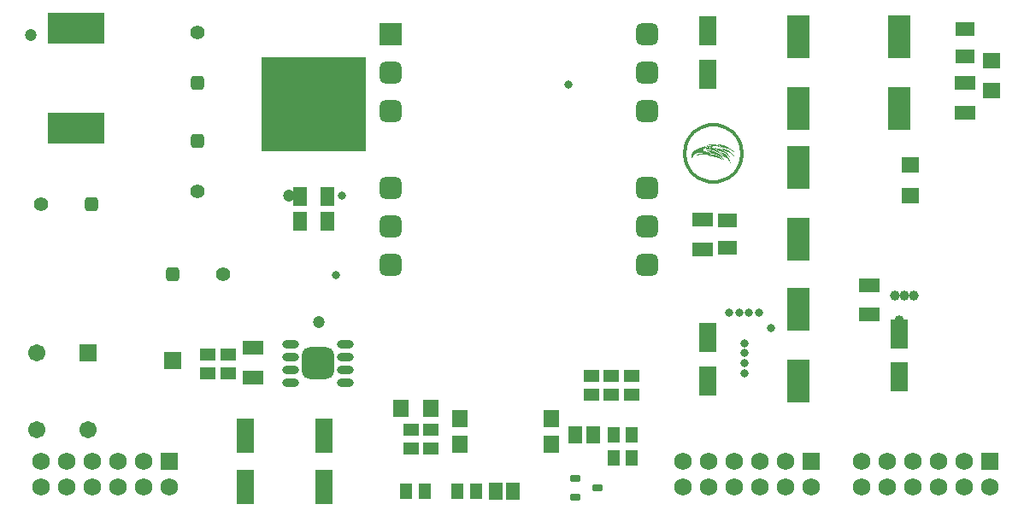
<source format=gts>
G04*
G04 #@! TF.GenerationSoftware,Altium Limited,Altium Designer,21.0.8 (223)*
G04*
G04 Layer_Color=8388736*
%FSLAX25Y25*%
%MOIN*%
G70*
G04*
G04 #@! TF.SameCoordinates,C9A2E287-7343-4079-99F3-6D8708F74CA6*
G04*
G04*
G04 #@! TF.FilePolarity,Negative*
G04*
G01*
G75*
%ADD34C,0.01240*%
%ADD35R,0.07099X0.13398*%
%ADD36R,0.06312X0.06706*%
%ADD37R,0.06706X0.06312*%
%ADD38R,0.22060X0.12217*%
%ADD39R,0.40958X0.36627*%
%ADD40O,0.06509X0.03162*%
G04:AMPARAMS|DCode=41|XSize=126.11mil|YSize=126.11mil|CornerRadius=33.53mil|HoleSize=0mil|Usage=FLASHONLY|Rotation=0.000|XOffset=0mil|YOffset=0mil|HoleType=Round|Shape=RoundedRectangle|*
%AMROUNDEDRECTD41*
21,1,0.12611,0.05906,0,0,0.0*
21,1,0.05906,0.12611,0,0,0.0*
1,1,0.06706,0.02953,-0.02953*
1,1,0.06706,-0.02953,-0.02953*
1,1,0.06706,-0.02953,0.02953*
1,1,0.06706,0.02953,0.02953*
%
%ADD41ROUNDEDRECTD41*%
%ADD42R,0.08083X0.05721*%
%ADD43R,0.07099X0.11824*%
G04:AMPARAMS|DCode=44|XSize=29.65mil|YSize=39.5mil|CornerRadius=5.95mil|HoleSize=0mil|Usage=FLASHONLY|Rotation=90.000|XOffset=0mil|YOffset=0mil|HoleType=Round|Shape=RoundedRectangle|*
%AMROUNDEDRECTD44*
21,1,0.02965,0.02760,0,0,90.0*
21,1,0.01776,0.03950,0,0,90.0*
1,1,0.01190,0.01380,0.00888*
1,1,0.01190,0.01380,-0.00888*
1,1,0.01190,-0.01380,-0.00888*
1,1,0.01190,-0.01380,0.00888*
%
%ADD44ROUNDEDRECTD44*%
%ADD45R,0.04934X0.06115*%
%ADD46R,0.06115X0.04934*%
%ADD47R,0.05721X0.06706*%
%ADD48R,0.05918X0.06706*%
%ADD49R,0.08674X0.16548*%
%ADD50R,0.07690X0.05721*%
%ADD51R,0.05721X0.07690*%
%ADD52C,0.05524*%
G04:AMPARAMS|DCode=53|XSize=55.24mil|YSize=55.24mil|CornerRadius=15.81mil|HoleSize=0mil|Usage=FLASHONLY|Rotation=90.000|XOffset=0mil|YOffset=0mil|HoleType=Round|Shape=RoundedRectangle|*
%AMROUNDEDRECTD53*
21,1,0.05524,0.02362,0,0,90.0*
21,1,0.02362,0.05524,0,0,90.0*
1,1,0.03162,0.01181,0.01181*
1,1,0.03162,0.01181,-0.01181*
1,1,0.03162,-0.01181,-0.01181*
1,1,0.03162,-0.01181,0.01181*
%
%ADD53ROUNDEDRECTD53*%
%ADD54C,0.06800*%
%ADD55R,0.06800X0.06800*%
%ADD56R,0.08674X0.08674*%
G04:AMPARAMS|DCode=57|XSize=86.74mil|YSize=86.74mil|CornerRadius=23.68mil|HoleSize=0mil|Usage=FLASHONLY|Rotation=90.000|XOffset=0mil|YOffset=0mil|HoleType=Round|Shape=RoundedRectangle|*
%AMROUNDEDRECTD57*
21,1,0.08674,0.03937,0,0,90.0*
21,1,0.03937,0.08674,0,0,90.0*
1,1,0.04737,0.01968,0.01968*
1,1,0.04737,0.01968,-0.01968*
1,1,0.04737,-0.01968,-0.01968*
1,1,0.04737,-0.01968,0.01968*
%
%ADD57ROUNDEDRECTD57*%
%ADD58R,0.06706X0.06706*%
%ADD59C,0.06706*%
%ADD60C,0.03950*%
%ADD61R,0.06706X0.06706*%
G04:AMPARAMS|DCode=62|XSize=55.24mil|YSize=55.24mil|CornerRadius=15.81mil|HoleSize=0mil|Usage=FLASHONLY|Rotation=0.000|XOffset=0mil|YOffset=0mil|HoleType=Round|Shape=RoundedRectangle|*
%AMROUNDEDRECTD62*
21,1,0.05524,0.02362,0,0,0.0*
21,1,0.02362,0.05524,0,0,0.0*
1,1,0.03162,0.01181,-0.01181*
1,1,0.03162,-0.01181,-0.01181*
1,1,0.03162,-0.01181,0.01181*
1,1,0.03162,0.01181,0.01181*
%
%ADD62ROUNDEDRECTD62*%
%ADD63C,0.03162*%
%ADD64C,0.04737*%
%ADD65C,0.05800*%
G36*
X441372Y364261D02*
X441600D01*
Y364235D01*
X441827D01*
Y364210D01*
X442005D01*
Y364185D01*
X442106D01*
Y364159D01*
X442233D01*
Y364134D01*
X442334D01*
Y364109D01*
X442359D01*
Y364134D01*
X442384D01*
Y364109D01*
X442435D01*
Y364084D01*
X442536D01*
Y364058D01*
X442587D01*
Y364033D01*
X442637D01*
Y364058D01*
X442663D01*
Y364033D01*
X442713D01*
Y364008D01*
X442764D01*
Y363982D01*
X442815D01*
Y363957D01*
X442916D01*
Y363932D01*
X442941D01*
Y363906D01*
X442992D01*
Y363881D01*
X443043D01*
Y363856D01*
X443118D01*
Y363830D01*
X443093D01*
Y363805D01*
X443043D01*
Y363830D01*
X442992D01*
Y363856D01*
X442891D01*
Y363881D01*
X442789D01*
Y363906D01*
X442713D01*
Y363932D01*
X442612D01*
Y363957D01*
X442460D01*
Y363982D01*
X442359D01*
Y364008D01*
X442157D01*
Y364033D01*
X441473D01*
Y364008D01*
X441245D01*
Y363982D01*
X441119D01*
Y363957D01*
X441068D01*
Y363982D01*
X441043D01*
Y363957D01*
X440942D01*
Y363932D01*
X440840D01*
Y363906D01*
X440739D01*
Y363881D01*
X440613D01*
Y363856D01*
X440511D01*
Y363830D01*
X440461D01*
Y363805D01*
X440359D01*
Y363780D01*
X440284D01*
Y363755D01*
X440233D01*
Y363729D01*
X440182D01*
Y363704D01*
X440132D01*
Y363679D01*
X440030D01*
Y363653D01*
X439980D01*
Y363628D01*
X439955D01*
Y363603D01*
X439879D01*
Y363577D01*
X439828D01*
Y363552D01*
X439777D01*
Y363527D01*
X439727D01*
Y363501D01*
X439676D01*
Y363476D01*
X439651D01*
Y363451D01*
X439575D01*
Y363425D01*
X439550D01*
Y363400D01*
X439524D01*
Y363375D01*
X439448D01*
Y363350D01*
X439372D01*
Y363375D01*
X439347D01*
Y363400D01*
X439322D01*
Y363425D01*
X439347D01*
Y363451D01*
Y363476D01*
Y363501D01*
Y363527D01*
X439372D01*
Y363552D01*
Y363577D01*
X439398D01*
Y363603D01*
Y363628D01*
X439423D01*
Y363653D01*
X439448D01*
Y363679D01*
Y363704D01*
X439474D01*
Y363729D01*
X439499D01*
Y363755D01*
X439524D01*
Y363780D01*
X439550D01*
Y363805D01*
X439575D01*
Y363830D01*
Y363856D01*
X439651D01*
Y363881D01*
X439676D01*
Y363906D01*
X439702D01*
Y363932D01*
X439727D01*
Y363957D01*
X439803D01*
Y363982D01*
X439828D01*
Y364008D01*
X439879D01*
Y364033D01*
X439904D01*
Y364058D01*
X439980D01*
Y364084D01*
X440030D01*
Y364109D01*
X440081D01*
Y364134D01*
X440106D01*
Y364109D01*
X440132D01*
Y364134D01*
X440182D01*
Y364159D01*
X440284D01*
Y364185D01*
X440334D01*
Y364210D01*
X440511D01*
Y364235D01*
X440638D01*
Y364261D01*
X440714D01*
Y364235D01*
X440739D01*
Y364261D01*
X440790D01*
Y364286D01*
X441372D01*
Y364261D01*
D02*
G37*
G36*
X439575Y364134D02*
Y364109D01*
Y364084D01*
Y364058D01*
Y364033D01*
X439550D01*
Y364008D01*
Y363982D01*
X439524D01*
Y363957D01*
Y363932D01*
X439499D01*
Y363906D01*
Y363881D01*
X439474D01*
Y363856D01*
X439448D01*
Y363830D01*
Y363805D01*
X439423D01*
Y363780D01*
Y363755D01*
X439398D01*
Y363729D01*
X439372D01*
Y363704D01*
X439347D01*
Y363679D01*
X439322D01*
Y363653D01*
X439296D01*
Y363628D01*
Y363603D01*
X439271D01*
Y363577D01*
X439246D01*
Y363552D01*
X439221D01*
Y363527D01*
X439195D01*
Y363501D01*
X439170D01*
Y363476D01*
Y363451D01*
X439145D01*
Y363425D01*
X439119D01*
Y363400D01*
X439094D01*
Y363375D01*
X439069D01*
Y363350D01*
X439043D01*
Y363324D01*
X439018D01*
Y363299D01*
X438993D01*
Y363274D01*
X438968D01*
Y363248D01*
Y363223D01*
X438942D01*
Y363198D01*
Y363172D01*
X438917D01*
Y363147D01*
X438892D01*
Y363122D01*
Y363096D01*
X438866D01*
Y363071D01*
X438841D01*
Y363046D01*
Y363020D01*
X438816D01*
Y362995D01*
Y362970D01*
Y362945D01*
X438790D01*
Y362919D01*
Y362894D01*
X438765D01*
Y362869D01*
Y362843D01*
Y362818D01*
Y362793D01*
Y362767D01*
Y362742D01*
Y362717D01*
X438790D01*
Y362691D01*
X438765D01*
Y362666D01*
Y362641D01*
Y362615D01*
X438790D01*
Y362590D01*
Y362565D01*
X438816D01*
Y362540D01*
Y362514D01*
X438841D01*
Y362489D01*
Y362464D01*
Y362438D01*
X438866D01*
Y362413D01*
X438892D01*
Y362388D01*
X438917D01*
Y362362D01*
X438942D01*
Y362337D01*
X438968D01*
Y362312D01*
X439043D01*
Y362286D01*
X439069D01*
Y362261D01*
X439119D01*
Y362236D01*
X439221D01*
Y362211D01*
X439296D01*
Y362185D01*
X439423D01*
Y362160D01*
X439524D01*
Y362135D01*
X439550D01*
Y362160D01*
X439575D01*
Y362135D01*
X439727D01*
Y362109D01*
X439904D01*
Y362084D01*
X440005D01*
Y362059D01*
X440208D01*
Y362033D01*
X440385D01*
Y362008D01*
X440486D01*
Y361983D01*
X440638D01*
Y361957D01*
X440739D01*
Y361932D01*
X440840D01*
Y361907D01*
X440916D01*
Y361881D01*
X440992D01*
Y361856D01*
X441068D01*
Y361831D01*
X441119D01*
Y361806D01*
X441170D01*
Y361780D01*
X441245D01*
Y361755D01*
X441296D01*
Y361730D01*
X441321D01*
Y361704D01*
X441347D01*
Y361679D01*
X441397D01*
Y361654D01*
X441423D01*
Y361628D01*
X441448D01*
Y361603D01*
X441499D01*
Y361578D01*
X441524D01*
Y361553D01*
X441549D01*
Y361527D01*
X441574D01*
Y361502D01*
X441600D01*
Y361476D01*
X441625D01*
Y361451D01*
X441650D01*
Y361426D01*
Y361401D01*
X441676D01*
Y361375D01*
X441701D01*
Y361350D01*
Y361325D01*
X441726D01*
Y361299D01*
X441752D01*
Y361274D01*
Y361249D01*
X441777D01*
Y361223D01*
Y361198D01*
Y361173D01*
Y361147D01*
Y361122D01*
Y361097D01*
Y361072D01*
Y361046D01*
Y361021D01*
Y360996D01*
Y360970D01*
Y360945D01*
Y360920D01*
X441752D01*
Y360894D01*
Y360869D01*
Y360844D01*
X441726D01*
Y360819D01*
X441701D01*
Y360793D01*
Y360768D01*
X441650D01*
Y360742D01*
X441625D01*
Y360717D01*
X441574D01*
Y360692D01*
X441524D01*
Y360667D01*
X441448D01*
Y360641D01*
X441397D01*
Y360667D01*
X441170D01*
Y360692D01*
X440891D01*
Y360717D01*
X440815D01*
Y360742D01*
X440790D01*
Y360717D01*
X440765D01*
Y360742D01*
X440663D01*
Y360768D01*
X440385D01*
Y360793D01*
X440284D01*
Y360819D01*
X440233D01*
Y360793D01*
X440182D01*
Y360819D01*
X440081D01*
Y360844D01*
X439777D01*
Y360869D01*
X439626D01*
Y360894D01*
X439195D01*
Y360920D01*
X438512D01*
Y360894D01*
X437980D01*
Y360869D01*
X437803D01*
Y360844D01*
X437575D01*
Y360819D01*
X437373D01*
Y360793D01*
X437221D01*
Y360768D01*
X437044D01*
Y360742D01*
X436943D01*
Y360717D01*
X436841D01*
Y360692D01*
X436690D01*
Y360667D01*
X436614D01*
Y360641D01*
X436512D01*
Y360616D01*
X436386D01*
Y360591D01*
X436310D01*
Y360565D01*
X436133D01*
Y360591D01*
X436107D01*
Y360616D01*
Y360641D01*
X436133D01*
Y360667D01*
X436158D01*
Y360692D01*
Y360717D01*
X436183D01*
Y360742D01*
X436209D01*
Y360768D01*
X436234D01*
Y360793D01*
X436259D01*
Y360819D01*
X436284D01*
Y360844D01*
X436310D01*
Y360869D01*
X436335D01*
Y360894D01*
X436361D01*
Y360920D01*
X436411D01*
Y360945D01*
X436436D01*
Y360970D01*
X436462D01*
Y360996D01*
X436512D01*
Y361021D01*
X436538D01*
Y361046D01*
X436588D01*
Y361072D01*
X436664D01*
Y361097D01*
X436715D01*
Y361122D01*
X436765D01*
Y361147D01*
X436841D01*
Y361173D01*
X436892D01*
Y361198D01*
X436993D01*
Y361223D01*
X437018D01*
Y361249D01*
X437170D01*
Y361274D01*
X437221D01*
Y361299D01*
X437322D01*
Y361325D01*
X437474D01*
Y361350D01*
X437601D01*
Y361375D01*
X437702D01*
Y361401D01*
X438031D01*
Y361426D01*
X438208D01*
Y361451D01*
X438638D01*
Y361476D01*
X440359D01*
Y361502D01*
X440309D01*
Y361527D01*
X440157D01*
Y361553D01*
X440056D01*
Y361578D01*
X439980D01*
Y361603D01*
X439777D01*
Y361628D01*
X439575D01*
Y361654D01*
X439448D01*
Y361679D01*
X439195D01*
Y361704D01*
X438892D01*
Y361730D01*
X438841D01*
Y361704D01*
X438816D01*
Y361730D01*
X437803D01*
Y361704D01*
X437727D01*
Y361730D01*
X437702D01*
Y361704D01*
X437474D01*
Y361679D01*
X437221D01*
Y361654D01*
X437094D01*
Y361628D01*
X436968D01*
Y361603D01*
X436791D01*
Y361578D01*
X436715D01*
Y361553D01*
X436588D01*
Y361527D01*
X436487D01*
Y361502D01*
X436411D01*
Y361476D01*
X436335D01*
Y361451D01*
X436259D01*
Y361426D01*
X436183D01*
Y361401D01*
X436107D01*
Y361375D01*
X436057D01*
Y361350D01*
X436006D01*
Y361325D01*
X435955D01*
Y361299D01*
X435880D01*
Y361274D01*
X435854D01*
Y361249D01*
X435778D01*
Y361223D01*
X435753D01*
Y361198D01*
X435702D01*
Y361173D01*
X435652D01*
Y361147D01*
X435627D01*
Y361122D01*
X435576D01*
Y361097D01*
X435550D01*
Y361072D01*
X435500D01*
Y361046D01*
X435475D01*
Y361021D01*
X435449D01*
Y360996D01*
X435399D01*
Y360970D01*
X435373D01*
Y360945D01*
X435348D01*
Y360920D01*
X435297D01*
Y360894D01*
X435272D01*
Y360869D01*
X435247D01*
Y360844D01*
X435221D01*
Y360819D01*
X435196D01*
Y360793D01*
X435171D01*
Y360768D01*
X435146D01*
Y360742D01*
X435120D01*
Y360717D01*
X435095D01*
Y360692D01*
X435070D01*
Y360667D01*
X435044D01*
Y360641D01*
X435019D01*
Y360616D01*
Y360591D01*
X434994D01*
Y360565D01*
X434968D01*
Y360540D01*
X434943D01*
Y360515D01*
X434918D01*
Y360489D01*
Y360464D01*
X434892D01*
Y360439D01*
X434867D01*
Y360414D01*
Y360388D01*
X434842D01*
Y360363D01*
X434817D01*
Y360338D01*
Y360312D01*
Y360287D01*
X434791D01*
Y360262D01*
Y360236D01*
X434766D01*
Y360211D01*
X434741D01*
Y360186D01*
Y360160D01*
X434715D01*
Y360135D01*
Y360110D01*
X434690D01*
Y360085D01*
Y360059D01*
Y360034D01*
X434665D01*
Y360009D01*
Y359983D01*
X434639D01*
Y359958D01*
Y359933D01*
X434614D01*
Y359907D01*
Y359882D01*
Y359857D01*
Y359831D01*
Y359806D01*
X434589D01*
Y359781D01*
Y359755D01*
Y359730D01*
Y359705D01*
X434563D01*
Y359680D01*
Y359654D01*
X434538D01*
Y359629D01*
Y359604D01*
Y359578D01*
Y359553D01*
Y359528D01*
X434487D01*
Y359502D01*
X434437D01*
Y359528D01*
X434386D01*
Y359553D01*
X434310D01*
Y359578D01*
Y359604D01*
X434285D01*
Y359629D01*
Y359654D01*
X434260D01*
Y359680D01*
Y359705D01*
Y359730D01*
X434234D01*
Y359755D01*
Y359781D01*
Y359806D01*
Y359831D01*
X434209D01*
Y359857D01*
Y359882D01*
X434184D01*
Y359907D01*
Y359933D01*
X434209D01*
Y359958D01*
X434184D01*
Y359983D01*
Y360009D01*
Y360034D01*
X434158D01*
Y360059D01*
Y360085D01*
Y360110D01*
Y360135D01*
Y360160D01*
Y360186D01*
Y360211D01*
Y360236D01*
Y360262D01*
X434133D01*
Y360287D01*
Y360312D01*
Y360338D01*
Y360363D01*
Y360388D01*
Y360414D01*
Y360439D01*
Y360464D01*
Y360489D01*
Y360515D01*
Y360540D01*
Y360565D01*
Y360591D01*
X434158D01*
Y360616D01*
Y360641D01*
Y360667D01*
Y360692D01*
Y360717D01*
Y360742D01*
Y360768D01*
Y360793D01*
X434184D01*
Y360819D01*
Y360844D01*
Y360869D01*
Y360894D01*
Y360920D01*
Y360945D01*
X434209D01*
Y360970D01*
Y360996D01*
X434234D01*
Y361021D01*
Y361046D01*
Y361072D01*
Y361097D01*
X434260D01*
Y361122D01*
Y361147D01*
X434285D01*
Y361173D01*
Y361198D01*
Y361223D01*
X434310D01*
Y361249D01*
Y361274D01*
Y361299D01*
X434336D01*
Y361325D01*
X434361D01*
Y361350D01*
Y361375D01*
X434386D01*
Y361401D01*
Y361426D01*
Y361451D01*
X434411D01*
Y361476D01*
X434437D01*
Y361502D01*
X434462D01*
Y361527D01*
Y361553D01*
Y361578D01*
X434487D01*
Y361603D01*
X434513D01*
Y361628D01*
X434538D01*
Y361654D01*
Y361679D01*
X434563D01*
Y361704D01*
X434589D01*
Y361730D01*
Y361755D01*
X434614D01*
Y361780D01*
X434639D01*
Y361806D01*
X434665D01*
Y361831D01*
X434690D01*
Y361856D01*
X434715D01*
Y361881D01*
Y361907D01*
X434741D01*
Y361932D01*
X434766D01*
Y361957D01*
X434791D01*
Y361983D01*
X434817D01*
Y362008D01*
X434842D01*
Y362033D01*
X434867D01*
Y362059D01*
X434892D01*
Y362084D01*
X434918D01*
Y362109D01*
X434943D01*
Y362135D01*
X434968D01*
Y362160D01*
X434994D01*
Y362185D01*
X435019D01*
Y362211D01*
X435044D01*
Y362236D01*
X435070D01*
Y362261D01*
X435095D01*
Y362286D01*
X435146D01*
Y362312D01*
X435171D01*
Y362337D01*
X435221D01*
Y362362D01*
Y362388D01*
X435247D01*
Y362413D01*
X435272D01*
Y362438D01*
X435297D01*
Y362464D01*
X435373D01*
Y362489D01*
X435399D01*
Y362514D01*
X435424D01*
Y362540D01*
X435449D01*
Y362565D01*
X435475D01*
Y362590D01*
X435550D01*
Y362615D01*
X435576D01*
Y362641D01*
X435601D01*
Y362666D01*
X435652D01*
Y362691D01*
X435677D01*
Y362717D01*
X435702D01*
Y362742D01*
X435778D01*
Y362767D01*
X435804D01*
Y362793D01*
X435854D01*
Y362818D01*
X435880D01*
Y362843D01*
X435930D01*
Y362869D01*
X435955D01*
Y362894D01*
X436006D01*
Y362919D01*
X436057D01*
Y362945D01*
X436082D01*
Y362970D01*
X436158D01*
Y362995D01*
X436183D01*
Y363020D01*
X436234D01*
Y363046D01*
X436284D01*
Y363071D01*
X436335D01*
Y363096D01*
X436411D01*
Y363122D01*
X436436D01*
Y363147D01*
X436487D01*
Y363172D01*
X436538D01*
Y363198D01*
X436588D01*
Y363223D01*
X436664D01*
Y363248D01*
X436690D01*
Y363274D01*
X436765D01*
Y363299D01*
X436791D01*
Y363324D01*
X436867D01*
Y363350D01*
X436917D01*
Y363375D01*
X436993D01*
Y363400D01*
X437044D01*
Y363425D01*
X437094D01*
Y363451D01*
X437170D01*
Y363476D01*
X437221D01*
Y363501D01*
X437272D01*
Y363527D01*
X437348D01*
Y363552D01*
X437398D01*
Y363577D01*
X437474D01*
Y363603D01*
X437575D01*
Y363628D01*
X437601D01*
Y363653D01*
X437677D01*
Y363679D01*
X437752D01*
Y363704D01*
X437778D01*
Y363679D01*
X437803D01*
Y363704D01*
X437828D01*
Y363729D01*
X437904D01*
Y363755D01*
X438006D01*
Y363780D01*
X438082D01*
Y363805D01*
X438158D01*
Y363830D01*
X438208D01*
Y363856D01*
X438309D01*
Y363881D01*
X438436D01*
Y363906D01*
X438486D01*
Y363932D01*
X438562D01*
Y363957D01*
X438689D01*
Y363982D01*
X438740D01*
Y364008D01*
X438841D01*
Y364033D01*
X438942D01*
Y364058D01*
X439043D01*
Y364084D01*
X439119D01*
Y364109D01*
X439246D01*
Y364134D01*
X439296D01*
Y364159D01*
X439575D01*
Y364134D01*
D02*
G37*
G36*
X443726Y363476D02*
X443827D01*
Y363451D01*
X443852D01*
Y363476D01*
X443878D01*
Y363451D01*
X444105D01*
Y363425D01*
X444232D01*
Y363400D01*
X444359D01*
Y363375D01*
X444485D01*
Y363350D01*
X444586D01*
Y363324D01*
X444713D01*
Y363299D01*
X444839D01*
Y363274D01*
X444890D01*
Y363248D01*
X444991D01*
Y363223D01*
X445118D01*
Y363198D01*
X445168D01*
Y363172D01*
X445270D01*
Y363147D01*
X445346D01*
Y363122D01*
X445422D01*
Y363096D01*
X445472D01*
Y363071D01*
X445548D01*
Y363046D01*
X445624D01*
Y363020D01*
X445675D01*
Y362995D01*
X445751D01*
Y362970D01*
X445801D01*
Y362945D01*
X445877D01*
Y362919D01*
X445903D01*
Y362894D01*
X445978D01*
Y362869D01*
X446054D01*
Y362843D01*
X446105D01*
Y362818D01*
X446156D01*
Y362793D01*
X446206D01*
Y362767D01*
X446257D01*
Y362742D01*
X446308D01*
Y362717D01*
X446358D01*
Y362691D01*
X446409D01*
Y362666D01*
X446485D01*
Y362641D01*
X446510D01*
Y362615D01*
X446561D01*
Y362590D01*
X446611D01*
Y362565D01*
X446662D01*
Y362540D01*
X446712D01*
Y362514D01*
X446738D01*
Y362489D01*
X446763D01*
Y362464D01*
X446814D01*
Y362438D01*
X446864D01*
Y362413D01*
X446915D01*
Y362388D01*
X446940D01*
Y362362D01*
X446991D01*
Y362337D01*
X447016D01*
Y362312D01*
X447067D01*
Y362286D01*
X447092D01*
Y362261D01*
X447143D01*
Y362236D01*
X447168D01*
Y362211D01*
X447219D01*
Y362185D01*
X447244D01*
Y362160D01*
X447269D01*
Y362135D01*
X447320D01*
Y362109D01*
X447345D01*
Y362084D01*
X447371D01*
Y362059D01*
X447421D01*
Y362033D01*
X447446D01*
Y362008D01*
X447497D01*
Y361983D01*
X447522D01*
Y361957D01*
X447548D01*
Y361932D01*
X447573D01*
Y361907D01*
X447624D01*
Y361881D01*
X447649D01*
Y361856D01*
X447674D01*
Y361831D01*
X447700D01*
Y361806D01*
X447725D01*
Y361780D01*
X447750D01*
Y361755D01*
X447801D01*
Y361730D01*
X447826D01*
Y361704D01*
X447852D01*
Y361679D01*
X447902D01*
Y361654D01*
X447927D01*
Y361628D01*
Y361603D01*
X447978D01*
Y361578D01*
X448003D01*
Y361553D01*
Y361527D01*
X448054D01*
Y361502D01*
X448079D01*
Y361476D01*
Y361451D01*
X448130D01*
Y361426D01*
X448155D01*
Y361401D01*
X448180D01*
Y361375D01*
X448206D01*
Y361350D01*
Y361325D01*
X448256D01*
Y361299D01*
Y361274D01*
X448307D01*
Y361249D01*
Y361223D01*
X448332D01*
Y361198D01*
X448358D01*
Y361173D01*
X448383D01*
Y361147D01*
X448408D01*
Y361122D01*
X448434D01*
Y361097D01*
X448459D01*
Y361072D01*
Y361046D01*
X448484D01*
Y361021D01*
X448510D01*
Y360996D01*
X448535D01*
Y360970D01*
X448560D01*
Y360945D01*
X448586D01*
Y360920D01*
X448611D01*
Y360894D01*
Y360869D01*
X448636D01*
Y360844D01*
X448661D01*
Y360819D01*
X448687D01*
Y360793D01*
Y360768D01*
X448712D01*
Y360742D01*
Y360717D01*
X448737D01*
Y360692D01*
X448763D01*
Y360667D01*
X448788D01*
Y360641D01*
Y360616D01*
X448813D01*
Y360591D01*
X448839D01*
Y360565D01*
Y360540D01*
X448889D01*
Y360515D01*
Y360489D01*
Y360464D01*
X448914D01*
Y360439D01*
X448940D01*
Y360414D01*
Y360388D01*
X448965D01*
Y360363D01*
Y360338D01*
X448990D01*
Y360312D01*
X449016D01*
Y360287D01*
Y360262D01*
X449041D01*
Y360236D01*
X449066D01*
Y360211D01*
Y360186D01*
X449092D01*
Y360160D01*
Y360135D01*
X449117D01*
Y360110D01*
Y360085D01*
X449142D01*
Y360059D01*
Y360034D01*
X449168D01*
Y360009D01*
Y359983D01*
X449193D01*
Y359958D01*
Y359933D01*
X449218D01*
Y359907D01*
Y359882D01*
X449244D01*
Y359857D01*
Y359831D01*
X449269D01*
Y359806D01*
Y359781D01*
Y359755D01*
X449294D01*
Y359730D01*
X449320D01*
Y359705D01*
Y359680D01*
Y359654D01*
Y359629D01*
Y359604D01*
Y359578D01*
X449244D01*
Y359604D01*
X449218D01*
Y359629D01*
X449193D01*
Y359654D01*
X449168D01*
Y359680D01*
Y359705D01*
X449142D01*
Y359730D01*
X449117D01*
Y359755D01*
X449092D01*
Y359781D01*
Y359806D01*
X449066D01*
Y359831D01*
X449041D01*
Y359857D01*
X449016D01*
Y359882D01*
Y359907D01*
X448990D01*
Y359933D01*
Y359958D01*
X448965D01*
Y359983D01*
X448940D01*
Y360009D01*
X448914D01*
Y360034D01*
Y360059D01*
X448889D01*
Y360085D01*
X448864D01*
Y360110D01*
X448839D01*
Y360135D01*
Y360160D01*
X448813D01*
Y360186D01*
X448788D01*
Y360211D01*
Y360236D01*
X448763D01*
Y360262D01*
X448737D01*
Y360287D01*
X448712D01*
Y360312D01*
X448687D01*
Y360338D01*
Y360363D01*
X448661D01*
Y360388D01*
X448636D01*
Y360414D01*
X448611D01*
Y360439D01*
X448586D01*
Y360464D01*
Y360489D01*
X448560D01*
Y360515D01*
X448535D01*
Y360540D01*
X448510D01*
Y360565D01*
X448484D01*
Y360591D01*
X448459D01*
Y360616D01*
X448434D01*
Y360641D01*
X448408D01*
Y360667D01*
X448383D01*
Y360692D01*
X448358D01*
Y360717D01*
X448332D01*
Y360742D01*
Y360768D01*
X448307D01*
Y360793D01*
X448282D01*
Y360819D01*
X448256D01*
Y360844D01*
X448231D01*
Y360869D01*
X448206D01*
Y360894D01*
X448180D01*
Y360920D01*
X448155D01*
Y360945D01*
X448130D01*
Y360970D01*
X448079D01*
Y360996D01*
X448054D01*
Y361021D01*
X448029D01*
Y361046D01*
X448003D01*
Y361072D01*
X447978D01*
Y361097D01*
X447927D01*
Y361122D01*
Y361147D01*
X447902D01*
Y361173D01*
X447877D01*
Y361198D01*
X447826D01*
Y361223D01*
X447801D01*
Y361249D01*
X447750D01*
Y361274D01*
X447725D01*
Y361299D01*
X447700D01*
Y361325D01*
X447649D01*
Y361350D01*
X447624D01*
Y361375D01*
X447573D01*
Y361401D01*
Y361426D01*
X447522D01*
Y361451D01*
X447472D01*
Y361476D01*
X447446D01*
Y361502D01*
X447396D01*
Y361527D01*
X447345D01*
Y361553D01*
X447320D01*
Y361578D01*
X447295D01*
Y361603D01*
X447244D01*
Y361628D01*
X447193D01*
Y361654D01*
X447143D01*
Y361679D01*
X447092D01*
Y361704D01*
X447042D01*
Y361730D01*
X447016D01*
Y361755D01*
X446940D01*
Y361780D01*
X446915D01*
Y361806D01*
X446864D01*
Y361831D01*
X446788D01*
Y361856D01*
X446763D01*
Y361881D01*
X446687D01*
Y361907D01*
X446611D01*
Y361932D01*
X446561D01*
Y361957D01*
X446485D01*
Y361983D01*
X446434D01*
Y362008D01*
X446358D01*
Y362033D01*
X446308D01*
Y362059D01*
X446181D01*
Y362084D01*
X446105D01*
Y362109D01*
X446004D01*
Y362135D01*
X445928D01*
Y362160D01*
X445725D01*
Y362185D01*
X445498D01*
Y362211D01*
X445270D01*
Y362236D01*
X445219D01*
Y362211D01*
X445093D01*
Y362236D01*
X445017D01*
Y362261D01*
X444966D01*
Y362286D01*
X444941D01*
Y362312D01*
X444915D01*
Y362337D01*
X444890D01*
Y362362D01*
X444865D01*
Y362388D01*
X444814D01*
Y362413D01*
Y362438D01*
X444789D01*
Y362464D01*
X444738D01*
Y362489D01*
X444713D01*
Y362514D01*
X444688D01*
Y362540D01*
X444637D01*
Y362565D01*
X444612D01*
Y362590D01*
X444561D01*
Y362615D01*
X444536D01*
Y362641D01*
X444511D01*
Y362666D01*
X444460D01*
Y362691D01*
X444434D01*
Y362717D01*
X444384D01*
Y362742D01*
X444359D01*
Y362767D01*
X444333D01*
Y362793D01*
X444283D01*
Y362818D01*
X444232D01*
Y362843D01*
X444207D01*
Y362869D01*
X444156D01*
Y362894D01*
X444131D01*
Y362919D01*
X444080D01*
Y362945D01*
X444030D01*
Y362970D01*
X443979D01*
Y362995D01*
X443954D01*
Y363020D01*
X443903D01*
Y363046D01*
X443878D01*
Y363071D01*
X443827D01*
Y363096D01*
X443777D01*
Y363122D01*
X443726D01*
Y363147D01*
X443675D01*
Y363172D01*
X443650D01*
Y363198D01*
X443625D01*
Y363223D01*
X443549D01*
Y363248D01*
X443498D01*
Y363274D01*
Y363299D01*
X443422D01*
Y363324D01*
X443397D01*
Y363350D01*
X443371D01*
Y363375D01*
Y363400D01*
Y363425D01*
Y363451D01*
Y363476D01*
X443422D01*
Y363501D01*
X443675D01*
Y363476D01*
X443701D01*
Y363501D01*
X443726D01*
Y363476D01*
D02*
G37*
G36*
X442663Y364995D02*
X443043D01*
Y364969D01*
X443194D01*
Y364944D01*
X443346D01*
Y364919D01*
X443498D01*
Y364894D01*
X443599D01*
Y364868D01*
X443675D01*
Y364843D01*
X443802D01*
Y364818D01*
X443852D01*
Y364792D01*
X443954D01*
Y364767D01*
X444030D01*
Y364742D01*
X444105D01*
Y364716D01*
X444181D01*
Y364691D01*
X444207D01*
Y364666D01*
X444283D01*
Y364640D01*
X444359D01*
Y364615D01*
X444409D01*
Y364590D01*
X444485D01*
Y364564D01*
X444561D01*
Y364539D01*
X444586D01*
Y364514D01*
X444662D01*
Y364489D01*
X444713D01*
Y364463D01*
X444764D01*
Y364438D01*
X444814D01*
Y364413D01*
X444865D01*
Y364387D01*
X444890D01*
Y364362D01*
X444941D01*
Y364337D01*
X444991D01*
Y364311D01*
X445017D01*
Y364286D01*
X445042D01*
Y364261D01*
X445067D01*
Y364286D01*
X445093D01*
Y364261D01*
X445118D01*
Y364235D01*
X445143D01*
Y364210D01*
X445194D01*
Y364185D01*
X445245D01*
Y364159D01*
X445270D01*
Y364134D01*
X445320D01*
Y364109D01*
X445346D01*
Y364084D01*
X445396D01*
Y364058D01*
X445422D01*
Y364033D01*
X445447D01*
Y364008D01*
X445498D01*
Y363982D01*
Y363957D01*
X445548D01*
Y363932D01*
X445574D01*
Y363906D01*
X445599D01*
Y363881D01*
X445649D01*
Y363856D01*
X445675D01*
Y363830D01*
X445700D01*
Y363805D01*
X445725D01*
Y363780D01*
X445776D01*
Y363755D01*
X445801D01*
Y363729D01*
X445827D01*
Y363704D01*
X445852D01*
Y363679D01*
X445877D01*
Y363653D01*
X445903D01*
Y363628D01*
X445928D01*
Y363603D01*
X445953D01*
Y363577D01*
X445978D01*
Y363552D01*
X446004D01*
Y363527D01*
Y363501D01*
X446029D01*
Y363476D01*
Y363451D01*
X446004D01*
Y363425D01*
X445953D01*
Y363451D01*
X445903D01*
Y363476D01*
X445877D01*
Y363501D01*
X445852D01*
Y363527D01*
X445801D01*
Y363552D01*
X445776D01*
Y363577D01*
X445751D01*
Y363603D01*
X445700D01*
Y363628D01*
X445649D01*
Y363653D01*
X445624D01*
Y363679D01*
X445548D01*
Y363704D01*
Y363729D01*
X445523D01*
Y363755D01*
X445472D01*
Y363780D01*
X445422D01*
Y363805D01*
X445371D01*
Y363830D01*
X445320D01*
Y363856D01*
X445270D01*
Y363881D01*
X445219D01*
Y363906D01*
X445168D01*
Y363932D01*
X445118D01*
Y363957D01*
X445067D01*
Y363982D01*
X445017D01*
Y364008D01*
X444941D01*
Y364033D01*
X444890D01*
Y364058D01*
X444814D01*
Y364084D01*
X444713D01*
Y364109D01*
X444688D01*
Y364134D01*
X444561D01*
Y364159D01*
X444485D01*
Y364185D01*
X444434D01*
Y364210D01*
X444283D01*
Y364235D01*
X444207D01*
Y364261D01*
X444105D01*
Y364286D01*
X443878D01*
Y364311D01*
X443650D01*
Y364337D01*
X443574D01*
Y364311D01*
X443549D01*
Y364337D01*
X443296D01*
Y364311D01*
X443245D01*
Y364337D01*
X443194D01*
Y364311D01*
X443169D01*
Y364337D01*
X443144D01*
Y364311D01*
X442916D01*
Y364286D01*
X442713D01*
Y364261D01*
X442637D01*
Y364235D01*
X442587D01*
Y364261D01*
X442562D01*
Y364235D01*
X442536D01*
Y364261D01*
X442460D01*
Y364286D01*
X442359D01*
Y364311D01*
X442283D01*
Y364337D01*
X442233D01*
Y364362D01*
X442131D01*
Y364387D01*
X442030D01*
Y364413D01*
X441929D01*
Y364438D01*
X441802D01*
Y364463D01*
X441777D01*
Y364489D01*
X441600D01*
Y364514D01*
X441321D01*
Y364539D01*
X441144D01*
Y364514D01*
X440815D01*
Y364489D01*
X440714D01*
Y364463D01*
X440638D01*
Y364438D01*
X440537D01*
Y364413D01*
X440461D01*
Y364387D01*
X440410D01*
Y364362D01*
X440385D01*
Y364337D01*
X440309D01*
Y364311D01*
X440258D01*
Y364286D01*
X440157D01*
Y364261D01*
X440132D01*
Y364235D01*
X440106D01*
Y364210D01*
X440056D01*
Y364185D01*
X440005D01*
Y364159D01*
X439955D01*
Y364185D01*
X439879D01*
Y364210D01*
Y364235D01*
X439853D01*
Y364261D01*
Y364286D01*
Y364311D01*
X439879D01*
Y364337D01*
X439904D01*
Y364362D01*
X439980D01*
Y364387D01*
X440030D01*
Y364413D01*
X440056D01*
Y364438D01*
X440132D01*
Y364463D01*
X440157D01*
Y364489D01*
X440208D01*
Y364514D01*
X440284D01*
Y364539D01*
X440334D01*
Y364564D01*
X440410D01*
Y364590D01*
X440461D01*
Y364615D01*
X440537D01*
Y364640D01*
X440587D01*
Y364666D01*
X440663D01*
Y364691D01*
X440714D01*
Y364716D01*
X440790D01*
Y364742D01*
X440866D01*
Y364767D01*
X440967D01*
Y364792D01*
X441018D01*
Y364818D01*
X441068D01*
Y364843D01*
X441195D01*
Y364868D01*
X441296D01*
Y364894D01*
X441397D01*
Y364919D01*
X441549D01*
Y364944D01*
X441726D01*
Y364969D01*
X441802D01*
Y364995D01*
X442157D01*
Y365020D01*
X442663D01*
Y364995D01*
D02*
G37*
G36*
X441271Y363856D02*
X441296D01*
Y363830D01*
X441321D01*
Y363805D01*
Y363780D01*
X441347D01*
Y363755D01*
Y363729D01*
Y363704D01*
X441372D01*
Y363679D01*
Y363653D01*
Y363628D01*
X441397D01*
Y363603D01*
X441372D01*
Y363577D01*
Y363552D01*
Y363527D01*
Y363501D01*
Y363476D01*
X441347D01*
Y363451D01*
Y363425D01*
Y363400D01*
Y363375D01*
Y363350D01*
X441321D01*
Y363324D01*
X441296D01*
Y363299D01*
Y363274D01*
X441271D01*
Y363248D01*
Y363223D01*
X441245D01*
Y363198D01*
Y363172D01*
X441220D01*
Y363147D01*
X441195D01*
Y363122D01*
Y363096D01*
X441170D01*
Y363071D01*
X441144D01*
Y363046D01*
X441093D01*
Y363020D01*
X441068D01*
Y362995D01*
X441043D01*
Y362970D01*
X441018D01*
Y362945D01*
X440967D01*
Y362919D01*
X440942D01*
Y362894D01*
X440891D01*
Y362869D01*
X440840D01*
Y362843D01*
X440790D01*
Y362818D01*
X440638D01*
Y362793D01*
X440385D01*
Y362818D01*
X440258D01*
Y362843D01*
X440208D01*
Y362869D01*
X440157D01*
Y362894D01*
X440106D01*
Y362919D01*
X440081D01*
Y362945D01*
X440030D01*
Y362970D01*
X439980D01*
Y362995D01*
Y363020D01*
X439929D01*
Y363046D01*
X439904D01*
Y363071D01*
X439879D01*
Y363096D01*
X439853D01*
Y363122D01*
Y363147D01*
X439803D01*
Y363172D01*
Y363198D01*
X439777D01*
Y363223D01*
X439752D01*
Y363248D01*
Y363274D01*
X439727D01*
Y363299D01*
Y363324D01*
X439752D01*
Y363350D01*
X439777D01*
Y363375D01*
X439803D01*
Y363400D01*
X439828D01*
Y363425D01*
X439853D01*
Y363451D01*
X439904D01*
Y363476D01*
X439929D01*
Y363501D01*
X439955D01*
Y363527D01*
X440005D01*
Y363552D01*
X440056D01*
Y363577D01*
X440081D01*
Y363603D01*
X440132D01*
Y363628D01*
X440182D01*
Y363653D01*
X440233D01*
Y363679D01*
X440309D01*
Y363704D01*
X440359D01*
Y363729D01*
X440436D01*
Y363755D01*
X440537D01*
Y363780D01*
X440613D01*
Y363805D01*
X440739D01*
Y363830D01*
X440790D01*
Y363856D01*
X441144D01*
Y363881D01*
X441271D01*
Y363856D01*
D02*
G37*
G36*
X441093Y362691D02*
X441195D01*
Y362666D01*
X441245D01*
Y362691D01*
X441271D01*
Y362666D01*
X441423D01*
Y362641D01*
X441549D01*
Y362615D01*
X441701D01*
Y362590D01*
X441802D01*
Y362565D01*
X441929D01*
Y362540D01*
X442055D01*
Y362514D01*
X442131D01*
Y362489D01*
X442157D01*
Y362514D01*
X442182D01*
Y362489D01*
X442258D01*
Y362464D01*
X442359D01*
Y362438D01*
X442460D01*
Y362413D01*
X442511D01*
Y362388D01*
X442612D01*
Y362362D01*
X442688D01*
Y362337D01*
X442764D01*
Y362312D01*
X442865D01*
Y362286D01*
X442916D01*
Y362261D01*
X442992D01*
Y362236D01*
X443093D01*
Y362211D01*
X443144D01*
Y362185D01*
X443194D01*
Y362160D01*
X443245D01*
Y362135D01*
X443321D01*
Y362109D01*
X443397D01*
Y362084D01*
X443422D01*
Y362059D01*
X443523D01*
Y362033D01*
X443574D01*
Y362008D01*
X443625D01*
Y361983D01*
X443675D01*
Y361957D01*
X443726D01*
Y361932D01*
X443802D01*
Y361907D01*
X443852D01*
Y361881D01*
X443903D01*
Y361856D01*
X443928D01*
Y361831D01*
X443979D01*
Y361806D01*
X444030D01*
Y361780D01*
X444080D01*
Y361755D01*
X444131D01*
Y361730D01*
X444181D01*
Y361704D01*
X444207D01*
Y361679D01*
X444257D01*
Y361654D01*
X444308D01*
Y361628D01*
X444333D01*
Y361603D01*
X444384D01*
Y361578D01*
X444409D01*
Y361553D01*
X444460D01*
Y361527D01*
X444511D01*
Y361502D01*
X444561D01*
Y361476D01*
X444586D01*
Y361451D01*
X444612D01*
Y361426D01*
X444637D01*
Y361401D01*
X444688D01*
Y361375D01*
X444713D01*
Y361350D01*
X444764D01*
Y361325D01*
X444814D01*
Y361299D01*
X444839D01*
Y361274D01*
X444865D01*
Y361249D01*
X444915D01*
Y361223D01*
X444941D01*
Y361198D01*
X444966D01*
Y361173D01*
X444991D01*
Y361147D01*
X445017D01*
Y361122D01*
X445067D01*
Y361097D01*
X445093D01*
Y361072D01*
X445143D01*
Y361046D01*
X445168D01*
Y361021D01*
X445194D01*
Y360996D01*
X445219D01*
Y360970D01*
X445245D01*
Y360945D01*
X445270D01*
Y360920D01*
X445320D01*
Y360894D01*
Y360869D01*
X445346D01*
Y360844D01*
X445396D01*
Y360819D01*
X445422D01*
Y360793D01*
Y360768D01*
X445472D01*
Y360742D01*
X445498D01*
Y360717D01*
X445523D01*
Y360692D01*
X445548D01*
Y360667D01*
X445574D01*
Y360641D01*
X445599D01*
Y360616D01*
X445624D01*
Y360591D01*
X445649D01*
Y360565D01*
X445675D01*
Y360540D01*
X445700D01*
Y360515D01*
Y360489D01*
X445725D01*
Y360464D01*
X445776D01*
Y360439D01*
X445801D01*
Y360414D01*
Y360388D01*
X445827D01*
Y360363D01*
X445852D01*
Y360338D01*
X445877D01*
Y360312D01*
X445903D01*
Y360287D01*
X445928D01*
Y360262D01*
X445953D01*
Y360236D01*
Y360211D01*
X445978D01*
Y360186D01*
X446004D01*
Y360160D01*
X446029D01*
Y360135D01*
X446054D01*
Y360110D01*
Y360085D01*
X446080D01*
Y360059D01*
X446105D01*
Y360034D01*
Y360009D01*
X446156D01*
Y359983D01*
Y359958D01*
X446181D01*
Y359933D01*
X446206D01*
Y359907D01*
X446232D01*
Y359882D01*
Y359857D01*
X446257D01*
Y359831D01*
Y359806D01*
X446282D01*
Y359781D01*
X446308D01*
Y359755D01*
X446333D01*
Y359730D01*
Y359705D01*
X446358D01*
Y359680D01*
X446383D01*
Y359654D01*
Y359629D01*
X446409D01*
Y359604D01*
X446434D01*
Y359578D01*
Y359553D01*
X446459D01*
Y359528D01*
X446485D01*
Y359502D01*
Y359477D01*
X446510D01*
Y359452D01*
X446535D01*
Y359426D01*
Y359401D01*
X446561D01*
Y359376D01*
X446586D01*
Y359350D01*
Y359325D01*
X446611D01*
Y359300D01*
X446637D01*
Y359275D01*
Y359249D01*
X446662D01*
Y359224D01*
Y359199D01*
X446687D01*
Y359173D01*
X446712D01*
Y359148D01*
Y359123D01*
X446738D01*
Y359097D01*
Y359072D01*
X446763D01*
Y359047D01*
X446788D01*
Y359021D01*
Y358996D01*
X446814D01*
Y358971D01*
Y358945D01*
X446839D01*
Y358920D01*
X446864D01*
Y358895D01*
Y358870D01*
Y358844D01*
X446890D01*
Y358819D01*
X446915D01*
Y358794D01*
Y358768D01*
X446940D01*
Y358743D01*
Y358718D01*
X446966D01*
Y358692D01*
Y358667D01*
X446991D01*
Y358642D01*
X447016D01*
Y358616D01*
Y358591D01*
Y358566D01*
X447042D01*
Y358541D01*
Y358515D01*
X446966D01*
Y358541D01*
X446940D01*
Y358566D01*
X446915D01*
Y358591D01*
X446890D01*
Y358616D01*
Y358642D01*
X446864D01*
Y358667D01*
X446839D01*
Y358692D01*
Y358718D01*
X446814D01*
Y358743D01*
X446788D01*
Y358768D01*
Y358794D01*
X446738D01*
Y358819D01*
Y358844D01*
X446712D01*
Y358870D01*
X446687D01*
Y358895D01*
X446662D01*
Y358920D01*
Y358945D01*
X446637D01*
Y358971D01*
X446586D01*
Y358996D01*
X446561D01*
Y359021D01*
Y359047D01*
X446535D01*
Y359072D01*
X446510D01*
Y359097D01*
X446485D01*
Y359123D01*
X446459D01*
Y359148D01*
X446434D01*
Y359173D01*
Y359199D01*
X446409D01*
Y359224D01*
X446383D01*
Y359249D01*
X446358D01*
Y359275D01*
X446333D01*
Y359300D01*
X446308D01*
Y359325D01*
X446282D01*
Y359350D01*
Y359376D01*
X446257D01*
Y359401D01*
X446232D01*
Y359426D01*
X446206D01*
Y359452D01*
X446181D01*
Y359477D01*
X446156D01*
Y359502D01*
X446105D01*
Y359528D01*
Y359553D01*
X446080D01*
Y359578D01*
X446054D01*
Y359604D01*
X446029D01*
Y359629D01*
X446004D01*
Y359654D01*
X445978D01*
Y359680D01*
X445953D01*
Y359705D01*
X445928D01*
Y359730D01*
X445903D01*
Y359755D01*
X445877D01*
Y359781D01*
X445827D01*
Y359806D01*
X445801D01*
Y359831D01*
Y359857D01*
X445751D01*
Y359882D01*
X445725D01*
Y359907D01*
X445700D01*
Y359933D01*
X445675D01*
Y359958D01*
X445649D01*
Y359983D01*
X445624D01*
Y360009D01*
X445574D01*
Y360034D01*
X445548D01*
Y360059D01*
X445523D01*
Y360085D01*
X445472D01*
Y360110D01*
X445447D01*
Y360135D01*
X445422D01*
Y360160D01*
X445371D01*
Y360186D01*
X445346D01*
Y360211D01*
X445320D01*
Y360236D01*
X445295D01*
Y360262D01*
X445270D01*
Y360287D01*
X445219D01*
Y360312D01*
X445194D01*
Y360338D01*
X445143D01*
Y360363D01*
X445118D01*
Y360388D01*
X445042D01*
Y360414D01*
X445017D01*
Y360439D01*
X444991D01*
Y360464D01*
X444941D01*
Y360489D01*
X444915D01*
Y360515D01*
X444865D01*
Y360540D01*
X444814D01*
Y360565D01*
X444764D01*
Y360591D01*
X444738D01*
Y360616D01*
X444662D01*
Y360641D01*
X444637D01*
Y360667D01*
X444586D01*
Y360692D01*
X444536D01*
Y360717D01*
X444485D01*
Y360742D01*
X444434D01*
Y360768D01*
X444359D01*
Y360793D01*
X444308D01*
Y360819D01*
X444257D01*
Y360844D01*
X444207D01*
Y360869D01*
X444131D01*
Y360894D01*
X444105D01*
Y360920D01*
X443979D01*
Y360945D01*
X443954D01*
Y360970D01*
X443852D01*
Y360996D01*
X443751D01*
Y361021D01*
X443675D01*
Y361046D01*
X443574D01*
Y361072D01*
X443447D01*
Y361097D01*
X443346D01*
Y361122D01*
X443169D01*
Y361147D01*
X443017D01*
Y361173D01*
X442688D01*
Y361198D01*
X442562D01*
Y361173D01*
X442536D01*
Y361198D01*
X442131D01*
Y361223D01*
X442106D01*
Y361249D01*
X442081D01*
Y361274D01*
X442055D01*
Y361299D01*
X442030D01*
Y361325D01*
X442005D01*
Y361350D01*
X441979D01*
Y361375D01*
Y361401D01*
X441954D01*
Y361426D01*
X441929D01*
Y361451D01*
X441903D01*
Y361476D01*
X441878D01*
Y361502D01*
X441853D01*
Y361527D01*
X441827D01*
Y361553D01*
X441802D01*
Y361578D01*
X441777D01*
Y361603D01*
Y361628D01*
X441752D01*
Y361654D01*
X441726D01*
Y361679D01*
X441701D01*
Y361704D01*
X441676D01*
Y361730D01*
X441650D01*
Y361755D01*
X441600D01*
Y361780D01*
X441574D01*
Y361806D01*
X441549D01*
Y361831D01*
X441524D01*
Y361856D01*
X441499D01*
Y361881D01*
X441473D01*
Y361907D01*
X441448D01*
Y361932D01*
X441397D01*
Y361957D01*
X441372D01*
Y361983D01*
X441321D01*
Y362008D01*
X441296D01*
Y362033D01*
X441245D01*
Y362059D01*
X441195D01*
Y362084D01*
X441144D01*
Y362109D01*
X441119D01*
Y362135D01*
X441043D01*
Y362160D01*
X440992D01*
Y362185D01*
X440942D01*
Y362211D01*
X440891D01*
Y362236D01*
X440815D01*
Y362261D01*
X440739D01*
Y362286D01*
X440689D01*
Y362312D01*
X440587D01*
Y362337D01*
X440511D01*
Y362362D01*
X440461D01*
Y362388D01*
X440385D01*
Y362413D01*
X440284D01*
Y362438D01*
X440233D01*
Y362464D01*
X440132D01*
Y362489D01*
X440056D01*
Y362514D01*
X439980D01*
Y362540D01*
X439904D01*
Y362565D01*
X439879D01*
Y362590D01*
X439828D01*
Y362615D01*
X439803D01*
Y362641D01*
Y362666D01*
Y362691D01*
X439980D01*
Y362666D01*
X440132D01*
Y362641D01*
X440284D01*
Y362615D01*
X440739D01*
Y362641D01*
X440840D01*
Y362666D01*
X441018D01*
Y362691D01*
X441068D01*
Y362717D01*
X441093D01*
Y362691D01*
D02*
G37*
G36*
X445624Y361856D02*
X445751D01*
Y361831D01*
X445928D01*
Y361806D01*
X446004D01*
Y361780D01*
X446105D01*
Y361755D01*
X446232D01*
Y361730D01*
X446282D01*
Y361704D01*
X446358D01*
Y361679D01*
X446459D01*
Y361654D01*
X446510D01*
Y361628D01*
X446561D01*
Y361603D01*
X446611D01*
Y361578D01*
X446662D01*
Y361553D01*
X446712D01*
Y361527D01*
X446788D01*
Y361502D01*
X446814D01*
Y361476D01*
X446864D01*
Y361451D01*
X446915D01*
Y361426D01*
X446966D01*
Y361401D01*
X447016D01*
Y361375D01*
X447042D01*
Y361350D01*
X447067D01*
Y361325D01*
X447118D01*
Y361299D01*
X447143D01*
Y361274D01*
X447193D01*
Y361249D01*
X447219D01*
Y361223D01*
X447244D01*
Y361198D01*
X447295D01*
Y361173D01*
X447320D01*
Y361147D01*
X447345D01*
Y361122D01*
X447396D01*
Y361097D01*
X447421D01*
Y361072D01*
X447446D01*
Y361046D01*
X447497D01*
Y361021D01*
Y360996D01*
X447548D01*
Y360970D01*
X447573D01*
Y360945D01*
Y360920D01*
X447624D01*
Y360894D01*
X447649D01*
Y360869D01*
X447674D01*
Y360844D01*
X447700D01*
Y360819D01*
X447725D01*
Y360793D01*
Y360768D01*
X447776D01*
Y360742D01*
X447801D01*
Y360717D01*
Y360692D01*
X447826D01*
Y360667D01*
X447852D01*
Y360641D01*
X447877D01*
Y360616D01*
X447902D01*
Y360591D01*
X447927D01*
Y360565D01*
X447953D01*
Y360540D01*
X447978D01*
Y360515D01*
X448003D01*
Y360489D01*
Y360464D01*
X448054D01*
Y360439D01*
Y360414D01*
X448079D01*
Y360388D01*
X448105D01*
Y360363D01*
Y360338D01*
X448130D01*
Y360312D01*
X448155D01*
Y360287D01*
X448180D01*
Y360262D01*
X448206D01*
Y360236D01*
X448231D01*
Y360211D01*
Y360186D01*
X448256D01*
Y360160D01*
Y360135D01*
X448282D01*
Y360110D01*
X448307D01*
Y360085D01*
X448332D01*
Y360059D01*
Y360034D01*
X448358D01*
Y360009D01*
X448383D01*
Y359983D01*
X448408D01*
Y359958D01*
Y359933D01*
X448434D01*
Y359907D01*
X448459D01*
Y359882D01*
Y359857D01*
X448484D01*
Y359831D01*
X448510D01*
Y359806D01*
Y359781D01*
X448535D01*
Y359755D01*
X448560D01*
Y359730D01*
Y359705D01*
X448586D01*
Y359680D01*
Y359654D01*
X448611D01*
Y359629D01*
X448636D01*
Y359604D01*
Y359578D01*
X448661D01*
Y359553D01*
Y359528D01*
X448687D01*
Y359502D01*
X448712D01*
Y359477D01*
Y359452D01*
X448737D01*
Y359426D01*
Y359401D01*
X448763D01*
Y359376D01*
X448788D01*
Y359350D01*
Y359325D01*
Y359300D01*
X448813D01*
Y359275D01*
Y359249D01*
X448864D01*
Y359224D01*
Y359199D01*
Y359173D01*
X448889D01*
Y359148D01*
Y359123D01*
X448914D01*
Y359097D01*
Y359072D01*
X448940D01*
Y359047D01*
Y359021D01*
Y358996D01*
X448965D01*
Y358971D01*
Y358945D01*
X448990D01*
Y358920D01*
X449016D01*
Y358895D01*
Y358870D01*
Y358844D01*
X449041D01*
Y358819D01*
Y358794D01*
X449066D01*
Y358768D01*
Y358743D01*
X449092D01*
Y358718D01*
Y358692D01*
Y358667D01*
X449117D01*
Y358642D01*
X449142D01*
Y358616D01*
Y358591D01*
Y358566D01*
X449168D01*
Y358541D01*
Y358515D01*
Y358490D01*
X449193D01*
Y358465D01*
X449218D01*
Y358439D01*
Y358414D01*
Y358389D01*
X449244D01*
Y358363D01*
Y358338D01*
Y358313D01*
X449269D01*
Y358287D01*
Y358262D01*
X449294D01*
Y358237D01*
Y358211D01*
Y358186D01*
X449320D01*
Y358161D01*
Y358136D01*
Y358110D01*
X449345D01*
Y358085D01*
Y358060D01*
Y358034D01*
Y358009D01*
X449370D01*
Y357984D01*
Y357958D01*
Y357933D01*
X449395D01*
Y357908D01*
Y357882D01*
X449421D01*
Y357857D01*
Y357832D01*
Y357806D01*
Y357781D01*
X449446D01*
Y357756D01*
Y357731D01*
Y357705D01*
X449471D01*
Y357680D01*
Y357655D01*
Y357629D01*
Y357604D01*
X449497D01*
Y357579D01*
Y357553D01*
Y357528D01*
Y357503D01*
Y357477D01*
X449522D01*
Y357452D01*
Y357427D01*
Y357401D01*
Y357376D01*
Y357351D01*
X449547D01*
Y357326D01*
Y357300D01*
Y357275D01*
X449522D01*
Y357250D01*
Y357224D01*
X449471D01*
Y357250D01*
X449446D01*
Y357275D01*
Y357300D01*
Y357326D01*
X449421D01*
Y357351D01*
Y357376D01*
X449395D01*
Y357401D01*
Y357427D01*
Y357452D01*
Y357477D01*
X449370D01*
Y357503D01*
Y357528D01*
X449345D01*
Y357553D01*
Y357579D01*
X449320D01*
Y357604D01*
Y357629D01*
Y357655D01*
X449294D01*
Y357680D01*
Y357705D01*
X449269D01*
Y357731D01*
Y357756D01*
X449244D01*
Y357781D01*
Y357806D01*
Y357832D01*
X449218D01*
Y357857D01*
Y357882D01*
X449193D01*
Y357908D01*
Y357933D01*
X449168D01*
Y357958D01*
Y357984D01*
Y358009D01*
X449142D01*
Y358034D01*
Y358060D01*
X449117D01*
Y358085D01*
X449092D01*
Y358110D01*
Y358136D01*
Y358161D01*
X449066D01*
Y358186D01*
Y358211D01*
X449041D01*
Y358237D01*
X449016D01*
Y358262D01*
Y358287D01*
X448990D01*
Y358313D01*
Y358338D01*
X448965D01*
Y358363D01*
Y358389D01*
X448940D01*
Y358414D01*
X448914D01*
Y358439D01*
Y358465D01*
X448889D01*
Y358490D01*
Y358515D01*
X448864D01*
Y358541D01*
Y358566D01*
X448813D01*
Y358591D01*
Y358616D01*
Y358642D01*
X448788D01*
Y358667D01*
X448763D01*
Y358692D01*
X448737D01*
Y358718D01*
Y358743D01*
X448712D01*
Y358768D01*
X448687D01*
Y358794D01*
X448661D01*
Y358819D01*
Y358844D01*
X448636D01*
Y358870D01*
Y358895D01*
X448611D01*
Y358920D01*
X448586D01*
Y358945D01*
X448560D01*
Y358971D01*
X448535D01*
Y358996D01*
X448510D01*
Y359021D01*
X448484D01*
Y359047D01*
Y359072D01*
X448459D01*
Y359097D01*
X448434D01*
Y359123D01*
X448408D01*
Y359148D01*
X448383D01*
Y359173D01*
X448358D01*
Y359199D01*
X448332D01*
Y359224D01*
X448307D01*
Y359249D01*
X448282D01*
Y359275D01*
X448256D01*
Y359300D01*
X448231D01*
Y359325D01*
X448206D01*
Y359350D01*
X448180D01*
Y359376D01*
X448155D01*
Y359401D01*
X448130D01*
Y359426D01*
X448105D01*
Y359452D01*
X448079D01*
Y359477D01*
X448054D01*
Y359502D01*
X448029D01*
Y359528D01*
X448003D01*
Y359553D01*
X447953D01*
Y359578D01*
X447927D01*
Y359604D01*
X447877D01*
Y359629D01*
X447852D01*
Y359654D01*
X447801D01*
Y359680D01*
X447776D01*
Y359705D01*
X447725D01*
Y359730D01*
X447700D01*
Y359755D01*
X447649D01*
Y359781D01*
X447598D01*
Y359806D01*
X447573D01*
Y359831D01*
X447522D01*
Y359857D01*
X447446D01*
Y359882D01*
X447396D01*
Y359907D01*
X447345D01*
Y359933D01*
X447269D01*
Y359958D01*
X447219D01*
Y359983D01*
X447143D01*
Y360009D01*
X447016D01*
Y360034D01*
X446940D01*
Y360059D01*
X446788D01*
Y360085D01*
X446738D01*
Y360110D01*
Y360135D01*
Y360160D01*
X446712D01*
Y360186D01*
X446687D01*
Y360211D01*
Y360236D01*
X446662D01*
Y360262D01*
Y360287D01*
X446637D01*
Y360312D01*
Y360338D01*
Y360363D01*
X446611D01*
Y360388D01*
X446586D01*
Y360414D01*
Y360439D01*
X446561D01*
Y360464D01*
Y360489D01*
X446535D01*
Y360515D01*
Y360540D01*
X446510D01*
Y360565D01*
Y360591D01*
X446485D01*
Y360616D01*
X446459D01*
Y360641D01*
Y360667D01*
X446434D01*
Y360692D01*
X446409D01*
Y360717D01*
Y360742D01*
X446383D01*
Y360768D01*
Y360793D01*
X446358D01*
Y360819D01*
X446333D01*
Y360844D01*
Y360869D01*
X446308D01*
Y360894D01*
X446282D01*
Y360920D01*
X446257D01*
Y360945D01*
Y360970D01*
X446232D01*
Y360996D01*
X446206D01*
Y361021D01*
Y361046D01*
X446181D01*
Y361072D01*
X446156D01*
Y361097D01*
X446130D01*
Y361122D01*
X446105D01*
Y361147D01*
Y361173D01*
X446080D01*
Y361198D01*
X446054D01*
Y361223D01*
X446029D01*
Y361249D01*
X446004D01*
Y361274D01*
X445978D01*
Y361299D01*
X445953D01*
Y361325D01*
Y361350D01*
X445928D01*
Y361375D01*
X445903D01*
Y361401D01*
X445877D01*
Y361426D01*
X445852D01*
Y361451D01*
X445801D01*
Y361476D01*
X445776D01*
Y361502D01*
X445751D01*
Y361527D01*
X445725D01*
Y361553D01*
X445700D01*
Y361578D01*
Y361603D01*
X445649D01*
Y361628D01*
X445624D01*
Y361654D01*
Y361679D01*
X445574D01*
Y361704D01*
X445548D01*
Y361730D01*
X445523D01*
Y361755D01*
Y361780D01*
X445472D01*
Y361806D01*
X445447D01*
Y361831D01*
X445472D01*
Y361856D01*
Y361881D01*
X445574D01*
Y361856D01*
X445599D01*
Y361881D01*
X445624D01*
Y361856D01*
D02*
G37*
G36*
X442359Y361021D02*
X442410D01*
Y360996D01*
X442486D01*
Y360970D01*
X442663D01*
Y360945D01*
X442764D01*
Y360920D01*
X442941D01*
Y360894D01*
X443068D01*
Y360869D01*
X443169D01*
Y360844D01*
X443321D01*
Y360819D01*
X443371D01*
Y360793D01*
X443498D01*
Y360768D01*
X443625D01*
Y360742D01*
X443675D01*
Y360717D01*
X443777D01*
Y360692D01*
X443878D01*
Y360667D01*
X443928D01*
Y360641D01*
X443979D01*
Y360616D01*
X444080D01*
Y360591D01*
X444131D01*
Y360565D01*
X444207D01*
Y360540D01*
X444283D01*
Y360515D01*
X444333D01*
Y360489D01*
X444384D01*
Y360464D01*
X444460D01*
Y360439D01*
X444511D01*
Y360414D01*
X444561D01*
Y360388D01*
X444612D01*
Y360363D01*
X444662D01*
Y360338D01*
X444713D01*
Y360312D01*
X444764D01*
Y360287D01*
X444814D01*
Y360262D01*
X444865D01*
Y360236D01*
X444915D01*
Y360211D01*
X444941D01*
Y360186D01*
X444966D01*
Y360160D01*
X445017D01*
Y360135D01*
X445067D01*
Y360110D01*
X445118D01*
Y360085D01*
X445143D01*
Y360059D01*
X445194D01*
Y360034D01*
X445219D01*
Y360009D01*
X445245D01*
Y359983D01*
X445295D01*
Y359958D01*
X445320D01*
Y359933D01*
X445346D01*
Y359907D01*
X445371D01*
Y359882D01*
X445396D01*
Y359857D01*
X445447D01*
Y359831D01*
X445472D01*
Y359806D01*
Y359781D01*
X445523D01*
Y359755D01*
X445548D01*
Y359730D01*
X445574D01*
Y359705D01*
X445599D01*
Y359680D01*
X445624D01*
Y359654D01*
Y359629D01*
X445675D01*
Y359604D01*
X445700D01*
Y359578D01*
Y359553D01*
X445725D01*
Y359528D01*
X445751D01*
Y359502D01*
X445776D01*
Y359477D01*
X445801D01*
Y359452D01*
Y359426D01*
X445827D01*
Y359401D01*
X445852D01*
Y359376D01*
X445877D01*
Y359350D01*
X445903D01*
Y359325D01*
X445928D01*
Y359300D01*
X445953D01*
Y359275D01*
Y359249D01*
X445978D01*
Y359224D01*
Y359199D01*
X446004D01*
Y359173D01*
X446029D01*
Y359148D01*
Y359123D01*
X446054D01*
Y359097D01*
X446080D01*
Y359072D01*
X446105D01*
Y359047D01*
Y359021D01*
Y358996D01*
X446130D01*
Y358971D01*
Y358945D01*
X446156D01*
Y358920D01*
X446181D01*
Y358895D01*
Y358870D01*
X446206D01*
Y358844D01*
Y358819D01*
X446232D01*
Y358794D01*
Y358768D01*
X446257D01*
Y358743D01*
Y358718D01*
X446282D01*
Y358692D01*
Y358667D01*
X446308D01*
Y358642D01*
X446333D01*
Y358616D01*
X446308D01*
Y358591D01*
X446257D01*
Y358616D01*
X446232D01*
Y358642D01*
X446206D01*
Y358667D01*
X446181D01*
Y358692D01*
X446156D01*
Y358718D01*
X446130D01*
Y358743D01*
X446105D01*
Y358768D01*
X446080D01*
Y358794D01*
X446054D01*
Y358819D01*
X446029D01*
Y358844D01*
Y358870D01*
X446004D01*
Y358895D01*
X445978D01*
Y358920D01*
X445928D01*
Y358945D01*
Y358971D01*
X445903D01*
Y358996D01*
X445852D01*
Y359021D01*
X445827D01*
Y359047D01*
X445801D01*
Y359072D01*
X445776D01*
Y359097D01*
X445751D01*
Y359123D01*
X445700D01*
Y359148D01*
X445675D01*
Y359173D01*
X445624D01*
Y359199D01*
Y359224D01*
X445574D01*
Y359249D01*
X445523D01*
Y359275D01*
X445498D01*
Y359300D01*
X445472D01*
Y359325D01*
X445396D01*
Y359350D01*
X445371D01*
Y359376D01*
X445346D01*
Y359401D01*
X445270D01*
Y359426D01*
X445219D01*
Y359452D01*
X445194D01*
Y359477D01*
X445143D01*
Y359502D01*
X445093D01*
Y359528D01*
X445042D01*
Y359553D01*
X444966D01*
Y359578D01*
X444915D01*
Y359604D01*
X444865D01*
Y359629D01*
X444789D01*
Y359654D01*
X444738D01*
Y359680D01*
X444688D01*
Y359705D01*
X444586D01*
Y359730D01*
X444511D01*
Y359755D01*
X444460D01*
Y359781D01*
X444359D01*
Y359806D01*
X444308D01*
Y359831D01*
X444232D01*
Y359857D01*
X444131D01*
Y359882D01*
X444055D01*
Y359907D01*
X443979D01*
Y359933D01*
X443852D01*
Y359958D01*
X443777D01*
Y359983D01*
X443675D01*
Y360009D01*
X443498D01*
Y360034D01*
X443397D01*
Y360059D01*
X443245D01*
Y360085D01*
X443093D01*
Y360110D01*
X443017D01*
Y360135D01*
X442815D01*
Y360160D01*
X442688D01*
Y360186D01*
X442663D01*
Y360160D01*
X442637D01*
Y360186D01*
X442410D01*
Y360211D01*
X442182D01*
Y360236D01*
X441853D01*
Y360262D01*
X441195D01*
Y360287D01*
X441144D01*
Y360312D01*
X441119D01*
Y360338D01*
Y360363D01*
X441093D01*
Y360388D01*
Y360414D01*
Y360439D01*
X441119D01*
Y360464D01*
X441144D01*
Y360489D01*
X441245D01*
Y360515D01*
X441574D01*
Y360540D01*
X441600D01*
Y360515D01*
X441676D01*
Y360540D01*
X441777D01*
Y360565D01*
X441802D01*
Y360591D01*
X441827D01*
Y360616D01*
X441853D01*
Y360641D01*
X441878D01*
Y360667D01*
X441903D01*
Y360692D01*
X441929D01*
Y360717D01*
X441954D01*
Y360742D01*
Y360768D01*
X441979D01*
Y360793D01*
X442005D01*
Y360819D01*
X442030D01*
Y360844D01*
Y360869D01*
X442055D01*
Y360894D01*
X442081D01*
Y360920D01*
X442106D01*
Y360945D01*
X442131D01*
Y360970D01*
X442157D01*
Y360996D01*
X442182D01*
Y361021D01*
X442258D01*
Y361046D01*
X442308D01*
Y361021D01*
X442334D01*
Y361046D01*
X442359D01*
Y361021D01*
D02*
G37*
G36*
X445194Y364894D02*
X445295D01*
Y364868D01*
X445346D01*
Y364894D01*
X445371D01*
Y364868D01*
X445523D01*
Y364843D01*
X445675D01*
Y364818D01*
X445700D01*
Y364843D01*
X445776D01*
Y364818D01*
X445827D01*
Y364792D01*
X445953D01*
Y364767D01*
X446080D01*
Y364742D01*
X446181D01*
Y364716D01*
X446282D01*
Y364691D01*
X446333D01*
Y364666D01*
X446358D01*
Y364691D01*
X446383D01*
Y364666D01*
X446459D01*
Y364640D01*
X446561D01*
Y364615D01*
X446586D01*
Y364590D01*
X446712D01*
Y364564D01*
X446788D01*
Y364539D01*
X446839D01*
Y364514D01*
X446940D01*
Y364489D01*
X447016D01*
Y364463D01*
X447067D01*
Y364438D01*
X447143D01*
Y364413D01*
X447193D01*
Y364387D01*
X447269D01*
Y364362D01*
X447345D01*
Y364337D01*
X447396D01*
Y364311D01*
X447472D01*
Y364286D01*
X447522D01*
Y364261D01*
X447573D01*
Y364235D01*
X447624D01*
Y364210D01*
X447700D01*
Y364185D01*
X447750D01*
Y364159D01*
X447801D01*
Y364134D01*
X447877D01*
Y364109D01*
X447902D01*
Y364084D01*
X447953D01*
Y364058D01*
X448029D01*
Y364033D01*
X448054D01*
Y364008D01*
X448105D01*
Y363982D01*
X448155D01*
Y363957D01*
X448231D01*
Y363932D01*
X448256D01*
Y363906D01*
X448307D01*
Y363881D01*
X448358D01*
Y363856D01*
X448408D01*
Y363830D01*
X448434D01*
Y363805D01*
X448510D01*
Y363780D01*
X448535D01*
Y363755D01*
X448611D01*
Y363729D01*
X448636D01*
Y363704D01*
X448687D01*
Y363679D01*
X448712D01*
Y363653D01*
X448763D01*
Y363628D01*
X448788D01*
Y363603D01*
X448839D01*
Y363577D01*
X448889D01*
Y363552D01*
X448940D01*
Y363527D01*
X448990D01*
Y363501D01*
X449016D01*
Y363476D01*
X449041D01*
Y363451D01*
X449092D01*
Y363425D01*
X449117D01*
Y363400D01*
X449168D01*
Y363375D01*
X449193D01*
Y363350D01*
X449218D01*
Y363324D01*
X449244D01*
Y363299D01*
X449294D01*
Y363274D01*
X449345D01*
Y363248D01*
X449370D01*
Y363223D01*
X449395D01*
Y363198D01*
X449446D01*
Y363172D01*
X449471D01*
Y363147D01*
X449497D01*
Y363122D01*
X449522D01*
Y363096D01*
X449598D01*
Y363071D01*
X449623D01*
Y363046D01*
X449649D01*
Y363020D01*
X449674D01*
Y362995D01*
X449724D01*
Y362970D01*
X449750D01*
Y362945D01*
X449775D01*
Y362919D01*
X449826D01*
Y362894D01*
X449851D01*
Y362869D01*
X449876D01*
Y362843D01*
X449927D01*
Y362818D01*
X449952D01*
Y362793D01*
X449978D01*
Y362767D01*
X450003D01*
Y362742D01*
X450054D01*
Y362717D01*
X450079D01*
Y362691D01*
X450104D01*
Y362666D01*
X450155D01*
Y362641D01*
X450180D01*
Y362615D01*
Y362590D01*
X450231D01*
Y362565D01*
X450256D01*
Y362540D01*
X450281D01*
Y362514D01*
X450307D01*
Y362489D01*
X450332D01*
Y362464D01*
X450383D01*
Y362438D01*
Y362413D01*
X450408D01*
Y362388D01*
X450458D01*
Y362362D01*
X450484D01*
Y362337D01*
X450509D01*
Y362312D01*
X450534D01*
Y362286D01*
X450560D01*
Y362261D01*
X450585D01*
Y362236D01*
X450610D01*
Y362211D01*
X450636D01*
Y362185D01*
X450661D01*
Y362160D01*
X450712D01*
Y362135D01*
Y362109D01*
X450737D01*
Y362084D01*
X450762D01*
Y362059D01*
X450787D01*
Y362033D01*
X450813D01*
Y362008D01*
X450838D01*
Y361983D01*
X450889D01*
Y361957D01*
Y361932D01*
X450914D01*
Y361907D01*
X450965D01*
Y361881D01*
X450990D01*
Y361856D01*
Y361831D01*
X451015D01*
Y361806D01*
X451041D01*
Y361780D01*
X451066D01*
Y361755D01*
X451091D01*
Y361730D01*
X451117D01*
Y361704D01*
X451142D01*
Y361679D01*
X451167D01*
Y361654D01*
X451193D01*
Y361628D01*
X451218D01*
Y361603D01*
X451243D01*
Y361578D01*
Y361553D01*
X451268D01*
Y361527D01*
X451319D01*
Y361502D01*
Y361476D01*
X451344D01*
Y361451D01*
X451370D01*
Y361426D01*
X451395D01*
Y361401D01*
X451420D01*
Y361375D01*
X451446D01*
Y361350D01*
Y361325D01*
X451496D01*
Y361299D01*
Y361274D01*
X451521D01*
Y361249D01*
X451547D01*
Y361223D01*
X451572D01*
Y361198D01*
X451597D01*
Y361173D01*
Y361147D01*
X451623D01*
Y361122D01*
X451648D01*
Y361097D01*
X451673D01*
Y361072D01*
X451699D01*
Y361046D01*
Y361021D01*
X451724D01*
Y360996D01*
Y360970D01*
X451749D01*
Y360945D01*
X451775D01*
Y360920D01*
Y360894D01*
Y360869D01*
X451749D01*
Y360894D01*
X451724D01*
Y360920D01*
X451699D01*
Y360945D01*
X451673D01*
Y360970D01*
X451648D01*
Y360996D01*
X451623D01*
Y361021D01*
Y361046D01*
X451597D01*
Y361072D01*
X451547D01*
Y361097D01*
X451521D01*
Y361122D01*
Y361147D01*
X451496D01*
Y361173D01*
X451471D01*
Y361198D01*
X451420D01*
Y361223D01*
Y361249D01*
X451395D01*
Y361274D01*
X451370D01*
Y361299D01*
X451344D01*
Y361325D01*
X451319D01*
Y361350D01*
X451268D01*
Y361375D01*
X451243D01*
Y361401D01*
X451218D01*
Y361426D01*
X451193D01*
Y361451D01*
X451167D01*
Y361476D01*
X451142D01*
Y361502D01*
X451117D01*
Y361527D01*
X451091D01*
Y361553D01*
X451041D01*
Y361578D01*
X451015D01*
Y361603D01*
X450990D01*
Y361628D01*
X450965D01*
Y361654D01*
X450939D01*
Y361679D01*
X450914D01*
Y361704D01*
X450889D01*
Y361730D01*
X450863D01*
Y361755D01*
X450838D01*
Y361780D01*
X450813D01*
Y361806D01*
X450787D01*
Y361831D01*
X450737D01*
Y361856D01*
X450712D01*
Y361881D01*
X450686D01*
Y361907D01*
X450661D01*
Y361932D01*
X450636D01*
Y361957D01*
X450610D01*
Y361983D01*
X450534D01*
Y362008D01*
Y362033D01*
X450509D01*
Y362059D01*
X450458D01*
Y362084D01*
X450433D01*
Y362109D01*
X450408D01*
Y362135D01*
X450357D01*
Y362160D01*
X450332D01*
Y362185D01*
X450307D01*
Y362211D01*
X450281D01*
Y362236D01*
X450231D01*
Y362261D01*
X450205D01*
Y362286D01*
X450180D01*
Y362312D01*
X450129D01*
Y362337D01*
X450104D01*
Y362362D01*
X450079D01*
Y362388D01*
X450028D01*
Y362413D01*
X449978D01*
Y362438D01*
X449952D01*
Y362464D01*
X449927D01*
Y362489D01*
X449876D01*
Y362514D01*
X449851D01*
Y362540D01*
X449800D01*
Y362565D01*
X449750D01*
Y362590D01*
X449724D01*
Y362615D01*
X449699D01*
Y362641D01*
X449649D01*
Y362666D01*
X449623D01*
Y362691D01*
X449547D01*
Y362717D01*
X449522D01*
Y362742D01*
X449471D01*
Y362767D01*
X449446D01*
Y362793D01*
X449395D01*
Y362818D01*
X449320D01*
Y362843D01*
X449294D01*
Y362869D01*
X449244D01*
Y362894D01*
X449168D01*
Y362919D01*
X449142D01*
Y362945D01*
X449092D01*
Y362970D01*
X449041D01*
Y362995D01*
X449016D01*
Y363020D01*
X448940D01*
Y363046D01*
X448889D01*
Y363071D01*
X448839D01*
Y363096D01*
X448763D01*
Y363122D01*
X448712D01*
Y363147D01*
X448636D01*
Y363172D01*
X448560D01*
Y363198D01*
X448535D01*
Y363223D01*
X448408D01*
Y363248D01*
X448358D01*
Y363274D01*
X448332D01*
Y363299D01*
X448206D01*
Y363324D01*
X448130D01*
Y363350D01*
X448054D01*
Y363375D01*
X447927D01*
Y363400D01*
X447852D01*
Y363425D01*
X447700D01*
Y363451D01*
X447497D01*
Y363476D01*
X447345D01*
Y363501D01*
X446383D01*
Y363527D01*
X446333D01*
Y363552D01*
X446308D01*
Y363577D01*
Y363603D01*
X446257D01*
Y363628D01*
Y363653D01*
X446232D01*
Y363679D01*
X446181D01*
Y363704D01*
X446156D01*
Y363729D01*
X446130D01*
Y363755D01*
X446105D01*
Y363780D01*
X446080D01*
Y363805D01*
X446029D01*
Y363830D01*
Y363856D01*
X445978D01*
Y363881D01*
X445953D01*
Y363906D01*
X445928D01*
Y363932D01*
X445903D01*
Y363957D01*
X445877D01*
Y363982D01*
X445827D01*
Y364008D01*
Y364033D01*
X445776D01*
Y364058D01*
X445751D01*
Y364084D01*
X445725D01*
Y364109D01*
X445700D01*
Y364134D01*
X445649D01*
Y364159D01*
X445624D01*
Y364185D01*
X445574D01*
Y364210D01*
X445548D01*
Y364235D01*
X445523D01*
Y364261D01*
X445472D01*
Y364286D01*
X445422D01*
Y364311D01*
X445396D01*
Y364337D01*
X445371D01*
Y364362D01*
X445320D01*
Y364387D01*
X445295D01*
Y364413D01*
X445270D01*
Y364438D01*
X445194D01*
Y364463D01*
X445168D01*
Y364489D01*
X445143D01*
Y364514D01*
X445093D01*
Y364539D01*
X445042D01*
Y364564D01*
X445017D01*
Y364590D01*
X444966D01*
Y364615D01*
X444915D01*
Y364640D01*
X444865D01*
Y364666D01*
X444814D01*
Y364691D01*
X444764D01*
Y364716D01*
X444713D01*
Y364742D01*
X444662D01*
Y364767D01*
X444586D01*
Y364792D01*
X444561D01*
Y364818D01*
X444536D01*
Y364843D01*
X444485D01*
Y364868D01*
Y364894D01*
Y364919D01*
X445194D01*
Y364894D01*
D02*
G37*
G36*
X441701Y363906D02*
X441752D01*
Y363881D01*
X441853D01*
Y363856D01*
X441954D01*
Y363830D01*
X441979D01*
Y363805D01*
X442081D01*
Y363780D01*
X442131D01*
Y363755D01*
X442233D01*
Y363729D01*
X442283D01*
Y363704D01*
X442334D01*
Y363679D01*
X442410D01*
Y363653D01*
X442460D01*
Y363628D01*
X442511D01*
Y363603D01*
X442587D01*
Y363577D01*
X442663D01*
Y363552D01*
X442688D01*
Y363527D01*
X442764D01*
Y363501D01*
X442815D01*
Y363476D01*
X442840D01*
Y363451D01*
X442891D01*
Y363425D01*
X442967D01*
Y363400D01*
X442992D01*
Y363375D01*
X443068D01*
Y363350D01*
X443093D01*
Y363324D01*
X443144D01*
Y363299D01*
X443194D01*
Y363274D01*
X443220D01*
Y363248D01*
X443270D01*
Y363223D01*
X443321D01*
Y363198D01*
X443371D01*
Y363172D01*
X443422D01*
Y363147D01*
X443447D01*
Y363122D01*
X443498D01*
Y363096D01*
X443549D01*
Y363071D01*
X443574D01*
Y363046D01*
X443625D01*
Y363020D01*
X443650D01*
Y362995D01*
X443701D01*
Y362970D01*
X443751D01*
Y362945D01*
X443777D01*
Y362919D01*
X443802D01*
Y362894D01*
X443878D01*
Y362869D01*
X443903D01*
Y362843D01*
X443928D01*
Y362818D01*
X443979D01*
Y362793D01*
X444030D01*
Y362767D01*
X444055D01*
Y362742D01*
X444080D01*
Y362717D01*
X444131D01*
Y362691D01*
X444156D01*
Y362666D01*
X444207D01*
Y362641D01*
X444232D01*
Y362615D01*
X444257D01*
Y362590D01*
X444308D01*
Y362565D01*
X444333D01*
Y362540D01*
X444384D01*
Y362514D01*
X444409D01*
Y362489D01*
Y362464D01*
X444460D01*
Y362438D01*
X444485D01*
Y362413D01*
X444511D01*
Y362388D01*
X444561D01*
Y362362D01*
Y362337D01*
X444612D01*
Y362312D01*
X444662D01*
Y362286D01*
Y362261D01*
X444713D01*
Y362236D01*
X444738D01*
Y362211D01*
X444764D01*
Y362185D01*
X444789D01*
Y362160D01*
X444839D01*
Y362135D01*
X444865D01*
Y362109D01*
X444890D01*
Y362084D01*
X444915D01*
Y362059D01*
X444941D01*
Y362033D01*
X444966D01*
Y362008D01*
X444991D01*
Y361983D01*
X445042D01*
Y361957D01*
X445067D01*
Y361932D01*
X445093D01*
Y361907D01*
X445118D01*
Y361881D01*
X445143D01*
Y361856D01*
X445168D01*
Y361831D01*
X445219D01*
Y361806D01*
Y361780D01*
X445245D01*
Y361755D01*
X445295D01*
Y361730D01*
X445320D01*
Y361704D01*
X445346D01*
Y361679D01*
X445371D01*
Y361654D01*
X445396D01*
Y361628D01*
X445422D01*
Y361603D01*
X445447D01*
Y361578D01*
X445472D01*
Y361553D01*
Y361527D01*
X445523D01*
Y361502D01*
X445548D01*
Y361476D01*
X445574D01*
Y361451D01*
Y361426D01*
X445624D01*
Y361401D01*
X445649D01*
Y361375D01*
X445675D01*
Y361350D01*
X445700D01*
Y361325D01*
X445725D01*
Y361299D01*
X445751D01*
Y361274D01*
X445776D01*
Y361249D01*
X445801D01*
Y361223D01*
X445827D01*
Y361198D01*
X445852D01*
Y361173D01*
X445877D01*
Y361147D01*
X445903D01*
Y361122D01*
X445928D01*
Y361097D01*
X445953D01*
Y361072D01*
Y361046D01*
X446004D01*
Y361021D01*
X446029D01*
Y360996D01*
Y360970D01*
X446054D01*
Y360945D01*
X446080D01*
Y360920D01*
X446105D01*
Y360894D01*
Y360869D01*
X446130D01*
Y360844D01*
X446156D01*
Y360819D01*
X446181D01*
Y360793D01*
Y360768D01*
X446206D01*
Y360742D01*
Y360717D01*
X446257D01*
Y360692D01*
Y360667D01*
Y360641D01*
X446282D01*
Y360616D01*
X446308D01*
Y360591D01*
Y360565D01*
X446333D01*
Y360540D01*
Y360515D01*
X446358D01*
Y360489D01*
Y360464D01*
X446383D01*
Y360439D01*
Y360414D01*
Y360388D01*
X446358D01*
Y360363D01*
X446333D01*
Y360388D01*
X446282D01*
Y360414D01*
X446257D01*
Y360439D01*
X446232D01*
Y360464D01*
X446181D01*
Y360489D01*
X446156D01*
Y360515D01*
X446130D01*
Y360540D01*
X446105D01*
Y360565D01*
X446054D01*
Y360591D01*
X446029D01*
Y360616D01*
X446004D01*
Y360641D01*
X445978D01*
Y360667D01*
X445953D01*
Y360692D01*
X445928D01*
Y360717D01*
X445903D01*
Y360742D01*
X445877D01*
Y360768D01*
X445852D01*
Y360793D01*
X445827D01*
Y360819D01*
X445801D01*
Y360844D01*
X445751D01*
Y360869D01*
X445725D01*
Y360894D01*
X445700D01*
Y360920D01*
X445675D01*
Y360945D01*
X445649D01*
Y360970D01*
X445624D01*
Y360996D01*
X445599D01*
Y361021D01*
X445574D01*
Y361046D01*
X445548D01*
Y361072D01*
X445523D01*
Y361097D01*
X445498D01*
Y361122D01*
X445472D01*
Y361147D01*
X445422D01*
Y361173D01*
Y361198D01*
X445396D01*
Y361223D01*
X445371D01*
Y361249D01*
X445346D01*
Y361274D01*
X445320D01*
Y361299D01*
X445295D01*
Y361325D01*
X445270D01*
Y361350D01*
X445219D01*
Y361375D01*
X445194D01*
Y361401D01*
X445143D01*
Y361426D01*
X445118D01*
Y361451D01*
X445093D01*
Y361476D01*
X445067D01*
Y361502D01*
X445017D01*
Y361527D01*
X444991D01*
Y361553D01*
X444966D01*
Y361578D01*
X444941D01*
Y361603D01*
X444890D01*
Y361628D01*
X444865D01*
Y361654D01*
X444814D01*
Y361679D01*
X444789D01*
Y361704D01*
X444738D01*
Y361730D01*
X444713D01*
Y361755D01*
X444637D01*
Y361780D01*
X444612D01*
Y361806D01*
X444586D01*
Y361831D01*
X444561D01*
Y361856D01*
X444485D01*
Y361881D01*
X444460D01*
Y361907D01*
X444409D01*
Y361932D01*
X444384D01*
Y361957D01*
X444333D01*
Y361983D01*
X444308D01*
Y362008D01*
X444283D01*
Y361983D01*
X444257D01*
Y362008D01*
X444232D01*
Y362033D01*
X444207D01*
Y362059D01*
X444131D01*
Y362084D01*
X444055D01*
Y362109D01*
X444030D01*
Y362135D01*
X443979D01*
Y362160D01*
X443928D01*
Y362185D01*
X443878D01*
Y362211D01*
X443827D01*
Y362236D01*
X443751D01*
Y362261D01*
X443701D01*
Y362286D01*
X443650D01*
Y362312D01*
X443574D01*
Y362337D01*
X443523D01*
Y362362D01*
X443447D01*
Y362388D01*
X443371D01*
Y362413D01*
X443346D01*
Y362438D01*
X443245D01*
Y362464D01*
X443144D01*
Y362489D01*
X443068D01*
Y362514D01*
X442992D01*
Y362540D01*
X442891D01*
Y362565D01*
X442840D01*
Y362590D01*
X442688D01*
Y362615D01*
X442587D01*
Y362641D01*
X442536D01*
Y362666D01*
X442384D01*
Y362691D01*
X442283D01*
Y362717D01*
X442182D01*
Y362742D01*
X442005D01*
Y362767D01*
X441929D01*
Y362793D01*
X441752D01*
Y362818D01*
X441397D01*
Y362843D01*
X441347D01*
Y362869D01*
X441271D01*
Y362894D01*
X441245D01*
Y362919D01*
Y362945D01*
Y362970D01*
Y362995D01*
X441271D01*
Y363020D01*
Y363046D01*
X441296D01*
Y363071D01*
Y363096D01*
X441321D01*
Y363122D01*
X441347D01*
Y363147D01*
X441372D01*
Y363172D01*
Y363198D01*
X441397D01*
Y363223D01*
X441423D01*
Y363248D01*
Y363274D01*
X441448D01*
Y363299D01*
X441473D01*
Y363324D01*
X441499D01*
Y363350D01*
Y363375D01*
Y363400D01*
Y363425D01*
X441524D01*
Y363451D01*
Y363476D01*
X441499D01*
Y363501D01*
X441524D01*
Y363527D01*
Y363552D01*
X441549D01*
Y363577D01*
Y363603D01*
X441524D01*
Y363628D01*
Y363653D01*
X441549D01*
Y363679D01*
Y363704D01*
Y363729D01*
Y363755D01*
Y363780D01*
Y363805D01*
X441574D01*
Y363830D01*
Y363856D01*
X441600D01*
Y363881D01*
Y363906D01*
X441625D01*
Y363932D01*
X441701D01*
Y363906D01*
D02*
G37*
G36*
X446586Y363172D02*
X446940D01*
Y363147D01*
X447067D01*
Y363122D01*
X447118D01*
Y363147D01*
X447143D01*
Y363122D01*
X447244D01*
Y363096D01*
X447371D01*
Y363071D01*
X447446D01*
Y363046D01*
X447573D01*
Y363020D01*
X447649D01*
Y362995D01*
X447700D01*
Y362970D01*
X447801D01*
Y362945D01*
X447902D01*
Y362919D01*
X447927D01*
Y362894D01*
X448003D01*
Y362869D01*
X448079D01*
Y362843D01*
X448130D01*
Y362818D01*
X448180D01*
Y362793D01*
X448231D01*
Y362767D01*
X448282D01*
Y362742D01*
X448332D01*
Y362717D01*
X448383D01*
Y362691D01*
X448408D01*
Y362666D01*
X448484D01*
Y362641D01*
X448510D01*
Y362615D01*
X448560D01*
Y362590D01*
X448611D01*
Y362565D01*
X448636D01*
Y362540D01*
X448687D01*
Y362514D01*
X448737D01*
Y362489D01*
X448763D01*
Y362464D01*
X448813D01*
Y362438D01*
X448839D01*
Y362413D01*
X448864D01*
Y362388D01*
X448914D01*
Y362362D01*
X448940D01*
Y362337D01*
X448965D01*
Y362312D01*
X449016D01*
Y362286D01*
X449041D01*
Y362261D01*
X449092D01*
Y362236D01*
X449117D01*
Y362211D01*
X449142D01*
Y362185D01*
X449168D01*
Y362160D01*
X449218D01*
Y362135D01*
X449244D01*
Y362109D01*
X449269D01*
Y362084D01*
X449294D01*
Y362059D01*
X449320D01*
Y362033D01*
X449370D01*
Y362008D01*
X449395D01*
Y361983D01*
X449421D01*
Y361957D01*
X449446D01*
Y361932D01*
X449471D01*
Y361907D01*
X449522D01*
Y361881D01*
X449547D01*
Y361856D01*
X449573D01*
Y361831D01*
X449598D01*
Y361806D01*
X449623D01*
Y361780D01*
Y361755D01*
X449674D01*
Y361730D01*
X449699D01*
Y361704D01*
Y361679D01*
X449724D01*
Y361654D01*
X449750D01*
Y361628D01*
X449775D01*
Y361603D01*
X449800D01*
Y361578D01*
X449826D01*
Y361553D01*
X449851D01*
Y361527D01*
X449876D01*
Y361502D01*
X449902D01*
Y361476D01*
X449927D01*
Y361451D01*
Y361426D01*
X449952D01*
Y361401D01*
X449978D01*
Y361375D01*
X450003D01*
Y361350D01*
X450028D01*
Y361325D01*
X450054D01*
Y361299D01*
X450079D01*
Y361274D01*
X450104D01*
Y361249D01*
Y361223D01*
X450129D01*
Y361198D01*
X450155D01*
Y361173D01*
X450180D01*
Y361147D01*
X450205D01*
Y361122D01*
Y361097D01*
X450231D01*
Y361072D01*
X450256D01*
Y361046D01*
X450281D01*
Y361021D01*
X450307D01*
Y360996D01*
Y360970D01*
X450332D01*
Y360945D01*
X450357D01*
Y360920D01*
X450383D01*
Y360894D01*
Y360869D01*
X450408D01*
Y360844D01*
X450433D01*
Y360819D01*
Y360793D01*
X450458D01*
Y360768D01*
X450484D01*
Y360742D01*
Y360717D01*
X450509D01*
Y360692D01*
X450534D01*
Y360667D01*
Y360641D01*
X450560D01*
Y360616D01*
X450585D01*
Y360591D01*
X450610D01*
Y360565D01*
Y360540D01*
X450636D01*
Y360515D01*
X450661D01*
Y360489D01*
X450686D01*
Y360464D01*
X450712D01*
Y360439D01*
Y360414D01*
X450737D01*
Y360388D01*
X450762D01*
Y360363D01*
Y360338D01*
X450787D01*
Y360312D01*
Y360287D01*
Y360262D01*
Y360236D01*
X450712D01*
Y360262D01*
X450686D01*
Y360287D01*
X450661D01*
Y360312D01*
X450636D01*
Y360338D01*
X450610D01*
Y360363D01*
Y360388D01*
X450585D01*
Y360414D01*
X450560D01*
Y360439D01*
Y360464D01*
X450534D01*
Y360489D01*
X450509D01*
Y360515D01*
Y360540D01*
X450484D01*
Y360565D01*
X450458D01*
Y360591D01*
X450433D01*
Y360616D01*
X450408D01*
Y360641D01*
X450383D01*
Y360667D01*
Y360692D01*
X450357D01*
Y360717D01*
X450332D01*
Y360742D01*
X450307D01*
Y360768D01*
X450281D01*
Y360793D01*
X450256D01*
Y360819D01*
Y360844D01*
X450205D01*
Y360869D01*
X450180D01*
Y360894D01*
Y360920D01*
X450155D01*
Y360945D01*
X450104D01*
Y360970D01*
Y360996D01*
X450079D01*
Y361021D01*
X450028D01*
Y361046D01*
X450003D01*
Y361072D01*
X449978D01*
Y361097D01*
X449952D01*
Y361122D01*
X449927D01*
Y361147D01*
X449902D01*
Y361173D01*
X449851D01*
Y361198D01*
Y361223D01*
X449826D01*
Y361249D01*
X449775D01*
Y361274D01*
X449750D01*
Y361299D01*
X449699D01*
Y361325D01*
X449674D01*
Y361350D01*
X449623D01*
Y361375D01*
X449598D01*
Y361401D01*
X449573D01*
Y361426D01*
X449522D01*
Y361451D01*
X449497D01*
Y361476D01*
X449471D01*
Y361502D01*
X449421D01*
Y361527D01*
X449370D01*
Y361553D01*
X449345D01*
Y361578D01*
X449320D01*
Y361603D01*
X449269D01*
Y361628D01*
X449218D01*
Y361654D01*
X449168D01*
Y361679D01*
X449117D01*
Y361704D01*
X449066D01*
Y361730D01*
X449041D01*
Y361755D01*
X448990D01*
Y361780D01*
X448940D01*
Y361806D01*
X448889D01*
Y361831D01*
X448839D01*
Y361856D01*
X448788D01*
Y361881D01*
X448712D01*
Y361907D01*
X448636D01*
Y361932D01*
X448586D01*
Y361957D01*
X448510D01*
Y361983D01*
X448434D01*
Y362008D01*
X448383D01*
Y362033D01*
X448307D01*
Y362059D01*
X448231D01*
Y362084D01*
X448206D01*
Y362059D01*
X448180D01*
Y362084D01*
X448105D01*
Y362109D01*
X447978D01*
Y362135D01*
X447877D01*
Y362160D01*
X447750D01*
Y362185D01*
X447674D01*
Y362211D01*
X447624D01*
Y362236D01*
X447522D01*
Y362261D01*
X447472D01*
Y362286D01*
X447421D01*
Y362312D01*
X447371D01*
Y362337D01*
X447295D01*
Y362362D01*
X447269D01*
Y362388D01*
X447219D01*
Y362413D01*
X447168D01*
Y362438D01*
X447143D01*
Y362464D01*
X447067D01*
Y362489D01*
X447042D01*
Y362514D01*
X446991D01*
Y362540D01*
X446940D01*
Y362565D01*
X446915D01*
Y362590D01*
X446839D01*
Y362615D01*
X446814D01*
Y362641D01*
X446788D01*
Y362666D01*
X446712D01*
Y362691D01*
X446687D01*
Y362717D01*
X446662D01*
Y362742D01*
X446611D01*
Y362767D01*
X446586D01*
Y362793D01*
X446535D01*
Y362818D01*
X446510D01*
Y362843D01*
X446459D01*
Y362869D01*
X446409D01*
Y362894D01*
X446383D01*
Y362919D01*
X446333D01*
Y362945D01*
X446308D01*
Y362970D01*
X446232D01*
Y362995D01*
X446181D01*
Y363020D01*
X446156D01*
Y363046D01*
X446105D01*
Y363071D01*
Y363096D01*
Y363122D01*
Y363147D01*
X446181D01*
Y363172D01*
X446282D01*
Y363198D01*
X446586D01*
Y363172D01*
D02*
G37*
D34*
X453875Y361428D02*
X453830Y362428D01*
X453696Y363420D01*
X453473Y364396D01*
X453164Y365348D01*
X452770Y366268D01*
X452296Y367150D01*
X451744Y367985D01*
X451120Y368768D01*
X450428Y369492D01*
X449675Y370150D01*
X448865Y370739D01*
X448005Y371252D01*
X447103Y371687D01*
X446166Y372038D01*
X445201Y372305D01*
X444216Y372483D01*
X443219Y372573D01*
X442218D01*
X441221Y372483D01*
X440236Y372305D01*
X439271Y372038D01*
X438334Y371687D01*
X437432Y371252D01*
X436572Y370739D01*
X435763Y370150D01*
X435009Y369492D01*
X434317Y368768D01*
X433693Y367985D01*
X433141Y367150D01*
X432667Y366268D01*
X432273Y365348D01*
X431964Y364396D01*
X431741Y363420D01*
X431607Y362428D01*
X431562Y361428D01*
X431607Y360428D01*
X431741Y359436D01*
X431964Y358460D01*
X432273Y357508D01*
X432667Y356587D01*
X433141Y355706D01*
X433693Y354870D01*
X434317Y354087D01*
X435009Y353364D01*
X435763Y352705D01*
X436572Y352117D01*
X437432Y351603D01*
X438334Y351169D01*
X439271Y350817D01*
X440236Y350551D01*
X441221Y350372D01*
X442218Y350282D01*
X443219D01*
X444216Y350372D01*
X445201Y350551D01*
X446166Y350817D01*
X447103Y351169D01*
X448005Y351603D01*
X448865Y352117D01*
X449675Y352705D01*
X450428Y353364D01*
X451120Y354087D01*
X451744Y354870D01*
X452296Y355705D01*
X452770Y356587D01*
X453164Y357508D01*
X453473Y358460D01*
X453696Y359436D01*
X453830Y360428D01*
X453875Y361428D01*
D35*
X290803Y231449D02*
D03*
Y251134D02*
D03*
X260292D02*
D03*
Y231449D02*
D03*
D36*
X320866Y261811D02*
D03*
X332677D02*
D03*
D37*
X551181Y385827D02*
D03*
Y397638D02*
D03*
X519459Y345003D02*
D03*
Y356814D02*
D03*
D38*
X194347Y371410D02*
D03*
Y410386D02*
D03*
D39*
X286756Y380606D02*
D03*
D40*
X277782Y287050D02*
D03*
Y282050D02*
D03*
Y277050D02*
D03*
Y272050D02*
D03*
X299239Y287050D02*
D03*
Y282050D02*
D03*
Y277050D02*
D03*
Y272050D02*
D03*
D41*
X288511Y279550D02*
D03*
D42*
X540803Y377217D02*
D03*
Y388831D02*
D03*
X503402Y298476D02*
D03*
Y310090D02*
D03*
X438441Y335681D02*
D03*
Y324067D02*
D03*
X263244Y273870D02*
D03*
Y285484D02*
D03*
D43*
X515213Y274165D02*
D03*
Y291094D02*
D03*
X440410Y409205D02*
D03*
Y392276D02*
D03*
Y272787D02*
D03*
Y289717D02*
D03*
D44*
X388993Y234677D02*
D03*
Y227197D02*
D03*
X397654Y230937D02*
D03*
D45*
X322890Y229480D02*
D03*
X330173D02*
D03*
X350055D02*
D03*
X342772D02*
D03*
X411040Y251606D02*
D03*
X403756D02*
D03*
X411040Y242748D02*
D03*
X403756D02*
D03*
D46*
X332677Y253642D02*
D03*
Y246358D02*
D03*
X324803Y253642D02*
D03*
Y246358D02*
D03*
X395134Y274461D02*
D03*
Y267177D02*
D03*
X410882Y274461D02*
D03*
Y267177D02*
D03*
X403008Y274461D02*
D03*
Y267177D02*
D03*
X245528Y275740D02*
D03*
Y283024D02*
D03*
X253402D02*
D03*
Y275740D02*
D03*
D47*
X364622Y229480D02*
D03*
X357733D02*
D03*
X395784Y251606D02*
D03*
X388894D02*
D03*
D48*
X343953Y248102D02*
D03*
Y258102D02*
D03*
X379386D02*
D03*
Y248102D02*
D03*
D49*
X475843Y272590D02*
D03*
Y300543D02*
D03*
Y379087D02*
D03*
Y407039D02*
D03*
X515213Y378890D02*
D03*
Y406843D02*
D03*
X475843Y327906D02*
D03*
Y355858D02*
D03*
D50*
X540803Y399264D02*
D03*
Y410090D02*
D03*
X448284Y324461D02*
D03*
Y335287D02*
D03*
D51*
X281453Y334795D02*
D03*
X292280D02*
D03*
X292280Y344638D02*
D03*
X281453D02*
D03*
D52*
X241591Y408614D02*
D03*
Y346606D02*
D03*
X251433Y314126D02*
D03*
X180567Y341685D02*
D03*
D53*
X241591Y388929D02*
D03*
Y366291D02*
D03*
D54*
X430961Y231291D02*
D03*
X440961D02*
D03*
X450961D02*
D03*
X460961D02*
D03*
X470961D02*
D03*
X480961D02*
D03*
X430961Y241291D02*
D03*
X440961D02*
D03*
X450961D02*
D03*
X460961D02*
D03*
X470961D02*
D03*
X271008Y393599D02*
D03*
Y385724D02*
D03*
Y377851D02*
D03*
Y369976D02*
D03*
X278882Y393599D02*
D03*
Y385724D02*
D03*
Y377851D02*
D03*
Y369976D02*
D03*
X286756Y393599D02*
D03*
Y385724D02*
D03*
Y377851D02*
D03*
Y369976D02*
D03*
X294630Y393599D02*
D03*
Y385724D02*
D03*
Y377851D02*
D03*
Y369976D02*
D03*
X302504Y393599D02*
D03*
Y385724D02*
D03*
Y377851D02*
D03*
Y369976D02*
D03*
X220567Y241291D02*
D03*
X210567D02*
D03*
X200567D02*
D03*
X190567D02*
D03*
X180567D02*
D03*
X230567Y231291D02*
D03*
X220567D02*
D03*
X210567D02*
D03*
X200567D02*
D03*
X190567D02*
D03*
X180567D02*
D03*
X540646Y241291D02*
D03*
X530646D02*
D03*
X520646D02*
D03*
X510646D02*
D03*
X500646D02*
D03*
X550646Y231291D02*
D03*
X540646D02*
D03*
X530646D02*
D03*
X520646D02*
D03*
X510646D02*
D03*
X500646D02*
D03*
D55*
X480961Y241291D02*
D03*
X230567D02*
D03*
X550646D02*
D03*
D56*
X316756Y407957D02*
D03*
D57*
Y392957D02*
D03*
Y377957D02*
D03*
Y347957D02*
D03*
Y332957D02*
D03*
Y317957D02*
D03*
X416756Y407957D02*
D03*
Y392957D02*
D03*
Y377957D02*
D03*
Y347957D02*
D03*
Y332957D02*
D03*
Y317957D02*
D03*
D58*
X198835Y283606D02*
D03*
D59*
X178756D02*
D03*
X198835Y253606D02*
D03*
X178756D02*
D03*
D60*
X284574Y283487D02*
D03*
X288511D02*
D03*
Y279550D02*
D03*
Y275613D02*
D03*
X284574D02*
D03*
X292448D02*
D03*
Y279550D02*
D03*
X284574D02*
D03*
X520990Y305866D02*
D03*
X515213Y272787D02*
D03*
Y290504D02*
D03*
X517181Y305866D02*
D03*
X513410D02*
D03*
X515213Y296409D02*
D03*
Y276724D02*
D03*
D61*
X231748Y280662D02*
D03*
D62*
Y314126D02*
D03*
X200252Y341685D02*
D03*
D63*
X460630Y299213D02*
D03*
X456693D02*
D03*
X452756D02*
D03*
X448819D02*
D03*
X465229Y293307D02*
D03*
X454724Y275590D02*
D03*
Y279528D02*
D03*
Y283465D02*
D03*
Y287402D02*
D03*
X386073Y388159D02*
D03*
X475579Y297512D02*
D03*
Y301849D02*
D03*
Y306264D02*
D03*
X343953Y258102D02*
D03*
X295528Y313831D02*
D03*
X297756Y345106D02*
D03*
X342875Y229476D02*
D03*
X379386Y248102D02*
D03*
D64*
X176426Y407480D02*
D03*
X332677Y261811D02*
D03*
X332677Y253642D02*
D03*
X551181Y397232D02*
D03*
X519685Y356409D02*
D03*
X350051Y229476D02*
D03*
X540803Y399264D02*
D03*
Y388831D02*
D03*
X263385Y285217D02*
D03*
X277071Y344976D02*
D03*
X288756Y295606D02*
D03*
D65*
X515213Y379087D02*
D03*
X475843D02*
D03*
M02*

</source>
